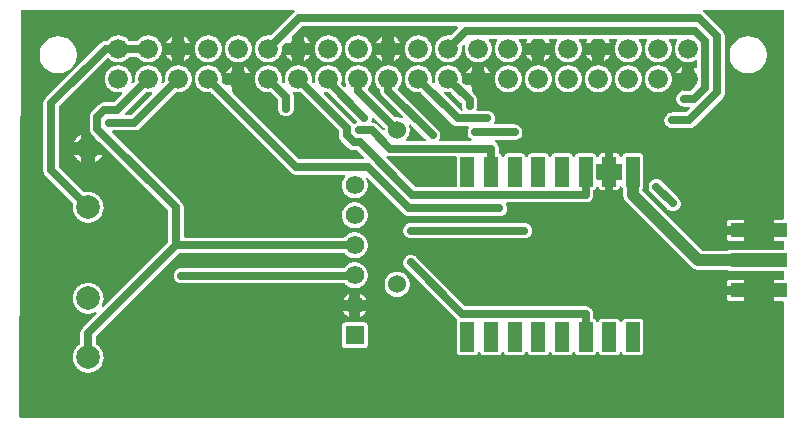
<source format=gtl>
G04 Layer: TopLayer*
G04 EasyEDA v6.5.42, 2024-04-02 14:52:46*
G04 5a13a6d2cfb54f0dbe7fbbe2e4b841dc,acb5ada5342d49438264df6f97d5643c,10*
G04 Gerber Generator version 0.2*
G04 Scale: 100 percent, Rotated: No, Reflected: No *
G04 Dimensions in millimeters *
G04 leading zeros omitted , absolute positions ,4 integer and 5 decimal *
%FSLAX45Y45*%
%MOMM*%

%ADD10C,0.7000*%
%ADD11C,1.0000*%
%ADD12R,4.8000X1.2000*%
%ADD13C,1.5748*%
%ADD14R,1.5748X1.5748*%
%ADD15C,2.0000*%
%ADD16R,1.2000X2.5000*%
%ADD17C,1.6764*%
%ADD18C,1.5240*%
%ADD19C,0.6000*%
%ADD20C,0.0144*%

%LPD*%
G36*
X1026820Y4432808D02*
G01*
X1022908Y4433570D01*
X1019606Y4435805D01*
X1017422Y4439107D01*
X1016660Y4443018D01*
X1029208Y7823098D01*
X1029208Y7872222D01*
X1029969Y7876082D01*
X1032205Y7879384D01*
X1036015Y7883194D01*
X1039317Y7885430D01*
X1043178Y7886192D01*
X3338423Y7886192D01*
X3342690Y7885277D01*
X3346145Y7882636D01*
X3348177Y7878775D01*
X3348482Y7874457D01*
X3346856Y7870393D01*
X3335324Y7860233D01*
X3147568Y7672527D01*
X3145078Y7670698D01*
X3142183Y7669682D01*
X3139084Y7669631D01*
X3131362Y7670596D01*
X3117037Y7670596D01*
X3102762Y7668768D01*
X3088894Y7665212D01*
X3075533Y7659928D01*
X3062935Y7653020D01*
X3051352Y7644587D01*
X3040888Y7634731D01*
X3031744Y7623708D01*
X3024022Y7611567D01*
X3017926Y7598562D01*
X3013506Y7584948D01*
X3010814Y7570825D01*
X3009900Y7556500D01*
X3010814Y7542174D01*
X3013506Y7528052D01*
X3017926Y7514437D01*
X3024022Y7501432D01*
X3031744Y7489291D01*
X3040888Y7478268D01*
X3051352Y7468412D01*
X3062935Y7459980D01*
X3075533Y7453071D01*
X3088894Y7447788D01*
X3102762Y7444231D01*
X3117037Y7442403D01*
X3131362Y7442403D01*
X3145637Y7444231D01*
X3159506Y7447788D01*
X3172866Y7453071D01*
X3185464Y7459980D01*
X3197047Y7468412D01*
X3207512Y7478268D01*
X3216656Y7489291D01*
X3224377Y7501432D01*
X3230473Y7514437D01*
X3234893Y7528052D01*
X3237585Y7542174D01*
X3238500Y7556500D01*
X3237484Y7574229D01*
X3238449Y7577378D01*
X3240379Y7580020D01*
X3262122Y7601762D01*
X3265424Y7603998D01*
X3269335Y7604759D01*
X3329940Y7604759D01*
X3329940Y7665364D01*
X3330701Y7669275D01*
X3332937Y7672578D01*
X3406089Y7745730D01*
X3409340Y7747914D01*
X3413251Y7748676D01*
X4723231Y7748676D01*
X4727143Y7747914D01*
X4730394Y7745730D01*
X4732629Y7742428D01*
X4733391Y7738516D01*
X4732629Y7734655D01*
X4730394Y7731353D01*
X4671568Y7672527D01*
X4669078Y7670698D01*
X4666183Y7669682D01*
X4663084Y7669631D01*
X4655362Y7670596D01*
X4641037Y7670596D01*
X4626762Y7668768D01*
X4612894Y7665212D01*
X4599533Y7659928D01*
X4586935Y7653020D01*
X4575352Y7644587D01*
X4564888Y7634731D01*
X4555744Y7623708D01*
X4548022Y7611567D01*
X4541926Y7598562D01*
X4537506Y7584948D01*
X4534814Y7570825D01*
X4533900Y7556500D01*
X4534814Y7542174D01*
X4537506Y7528052D01*
X4541926Y7514437D01*
X4548022Y7501432D01*
X4555744Y7489291D01*
X4564888Y7478268D01*
X4575352Y7468412D01*
X4586935Y7459980D01*
X4599533Y7453071D01*
X4612894Y7447788D01*
X4626762Y7444231D01*
X4641037Y7442403D01*
X4655362Y7442403D01*
X4669637Y7444231D01*
X4683506Y7447788D01*
X4696866Y7453071D01*
X4709464Y7459980D01*
X4721047Y7468412D01*
X4731512Y7478268D01*
X4740656Y7489291D01*
X4748377Y7501432D01*
X4754473Y7514437D01*
X4758893Y7528052D01*
X4761585Y7542174D01*
X4762500Y7556500D01*
X4761484Y7574229D01*
X4762449Y7577378D01*
X4764379Y7580020D01*
X4773371Y7589012D01*
X4776978Y7591348D01*
X4781194Y7591958D01*
X4785309Y7590840D01*
X4788560Y7588046D01*
X4790440Y7584236D01*
X4790541Y7579918D01*
X4788814Y7570825D01*
X4787900Y7556500D01*
X4788814Y7542174D01*
X4791506Y7528052D01*
X4795926Y7514437D01*
X4802022Y7501432D01*
X4809744Y7489291D01*
X4818888Y7478268D01*
X4829352Y7468412D01*
X4840935Y7459980D01*
X4853533Y7453071D01*
X4866894Y7447788D01*
X4880762Y7444231D01*
X4895037Y7442403D01*
X4909362Y7442403D01*
X4923637Y7444231D01*
X4937506Y7447788D01*
X4950866Y7453071D01*
X4963464Y7459980D01*
X4975047Y7468412D01*
X4985512Y7478268D01*
X4994656Y7489291D01*
X5002377Y7501432D01*
X5008473Y7514437D01*
X5012893Y7528052D01*
X5015585Y7542174D01*
X5016500Y7556500D01*
X5015585Y7570825D01*
X5012893Y7584948D01*
X5008473Y7598562D01*
X5002377Y7611567D01*
X4994554Y7623809D01*
X4992725Y7627162D01*
X4992268Y7630922D01*
X4993233Y7634630D01*
X4995468Y7637678D01*
X4998669Y7639710D01*
X5002428Y7640421D01*
X5055971Y7640421D01*
X5059730Y7639710D01*
X5062931Y7637678D01*
X5065166Y7634630D01*
X5066131Y7630922D01*
X5065674Y7627162D01*
X5063744Y7623708D01*
X5056022Y7611567D01*
X5049926Y7598562D01*
X5045506Y7584948D01*
X5042814Y7570825D01*
X5041900Y7556500D01*
X5042814Y7542174D01*
X5045506Y7528052D01*
X5049926Y7514437D01*
X5056022Y7501432D01*
X5063744Y7489291D01*
X5072888Y7478268D01*
X5083352Y7468412D01*
X5094935Y7459980D01*
X5107533Y7453071D01*
X5120894Y7447788D01*
X5134762Y7444231D01*
X5149037Y7442403D01*
X5163362Y7442403D01*
X5177637Y7444231D01*
X5191506Y7447788D01*
X5204866Y7453071D01*
X5217464Y7459980D01*
X5229047Y7468412D01*
X5239512Y7478268D01*
X5248656Y7489291D01*
X5256377Y7501432D01*
X5262473Y7514437D01*
X5266893Y7528052D01*
X5269585Y7542174D01*
X5270500Y7556500D01*
X5269585Y7570825D01*
X5266893Y7584948D01*
X5262473Y7598562D01*
X5256377Y7611567D01*
X5248554Y7623809D01*
X5246725Y7627162D01*
X5246268Y7630922D01*
X5247233Y7634630D01*
X5249468Y7637678D01*
X5252669Y7639710D01*
X5256428Y7640421D01*
X5309971Y7640421D01*
X5313730Y7639710D01*
X5316931Y7637678D01*
X5319166Y7634630D01*
X5320131Y7630922D01*
X5319674Y7627162D01*
X5317744Y7623708D01*
X5310022Y7611567D01*
X5306822Y7604759D01*
X5361940Y7604759D01*
X5361940Y7630261D01*
X5362702Y7634173D01*
X5364937Y7637475D01*
X5368188Y7639659D01*
X5372100Y7640421D01*
X5448300Y7640421D01*
X5452211Y7639659D01*
X5455462Y7637475D01*
X5457698Y7634173D01*
X5458460Y7630261D01*
X5458460Y7604759D01*
X5513578Y7604759D01*
X5510377Y7611567D01*
X5502554Y7623809D01*
X5500725Y7627162D01*
X5500268Y7630922D01*
X5501233Y7634630D01*
X5503468Y7637678D01*
X5506669Y7639710D01*
X5510428Y7640421D01*
X5563971Y7640421D01*
X5567730Y7639710D01*
X5570931Y7637678D01*
X5573166Y7634630D01*
X5574131Y7630922D01*
X5573674Y7627162D01*
X5571744Y7623708D01*
X5564022Y7611567D01*
X5557926Y7598562D01*
X5553506Y7584948D01*
X5550814Y7570825D01*
X5549900Y7556500D01*
X5550814Y7542174D01*
X5553506Y7528052D01*
X5557926Y7514437D01*
X5564022Y7501432D01*
X5571744Y7489291D01*
X5580888Y7478268D01*
X5591352Y7468412D01*
X5602935Y7459980D01*
X5615533Y7453071D01*
X5628894Y7447788D01*
X5642762Y7444231D01*
X5657037Y7442403D01*
X5671362Y7442403D01*
X5685637Y7444231D01*
X5699506Y7447788D01*
X5712866Y7453071D01*
X5725464Y7459980D01*
X5737047Y7468412D01*
X5747512Y7478268D01*
X5756656Y7489291D01*
X5764377Y7501432D01*
X5770473Y7514437D01*
X5774893Y7528052D01*
X5777585Y7542174D01*
X5778500Y7556500D01*
X5777585Y7570825D01*
X5774893Y7584948D01*
X5770473Y7598562D01*
X5764377Y7611567D01*
X5756554Y7623809D01*
X5754725Y7627162D01*
X5754268Y7630922D01*
X5755233Y7634630D01*
X5757468Y7637678D01*
X5760669Y7639710D01*
X5764428Y7640421D01*
X5817971Y7640421D01*
X5821730Y7639710D01*
X5824931Y7637678D01*
X5827166Y7634630D01*
X5828131Y7630922D01*
X5827674Y7627162D01*
X5825744Y7623708D01*
X5818022Y7611567D01*
X5814822Y7604759D01*
X5869940Y7604759D01*
X5869940Y7630261D01*
X5870702Y7634173D01*
X5872937Y7637475D01*
X5876188Y7639659D01*
X5880100Y7640421D01*
X5956300Y7640421D01*
X5960211Y7639659D01*
X5963462Y7637475D01*
X5965698Y7634173D01*
X5966460Y7630261D01*
X5966460Y7604759D01*
X6021578Y7604759D01*
X6018377Y7611567D01*
X6010554Y7623809D01*
X6008725Y7627162D01*
X6008268Y7630922D01*
X6009233Y7634630D01*
X6011468Y7637678D01*
X6014669Y7639710D01*
X6018428Y7640421D01*
X6071971Y7640421D01*
X6075730Y7639710D01*
X6078931Y7637678D01*
X6081166Y7634630D01*
X6082131Y7630922D01*
X6081674Y7627162D01*
X6079744Y7623708D01*
X6072022Y7611567D01*
X6065926Y7598562D01*
X6061506Y7584948D01*
X6058814Y7570825D01*
X6057900Y7556500D01*
X6058814Y7542174D01*
X6061506Y7528052D01*
X6065926Y7514437D01*
X6072022Y7501432D01*
X6079744Y7489291D01*
X6088888Y7478268D01*
X6099352Y7468412D01*
X6110935Y7459980D01*
X6123533Y7453071D01*
X6136894Y7447788D01*
X6150762Y7444231D01*
X6165037Y7442403D01*
X6179362Y7442403D01*
X6193637Y7444231D01*
X6207506Y7447788D01*
X6220866Y7453071D01*
X6233464Y7459980D01*
X6245047Y7468412D01*
X6255512Y7478268D01*
X6264656Y7489291D01*
X6272377Y7501432D01*
X6278473Y7514437D01*
X6282893Y7528052D01*
X6285585Y7542174D01*
X6286500Y7556500D01*
X6285585Y7570825D01*
X6282893Y7584948D01*
X6278473Y7598562D01*
X6272377Y7611567D01*
X6264554Y7623809D01*
X6262725Y7627162D01*
X6262268Y7630922D01*
X6263233Y7634630D01*
X6265468Y7637678D01*
X6268669Y7639710D01*
X6272428Y7640421D01*
X6325971Y7640421D01*
X6329730Y7639710D01*
X6332931Y7637678D01*
X6335166Y7634630D01*
X6336131Y7630922D01*
X6335674Y7627162D01*
X6333744Y7623708D01*
X6326022Y7611567D01*
X6319926Y7598562D01*
X6315506Y7584948D01*
X6312814Y7570825D01*
X6311900Y7556500D01*
X6312814Y7542174D01*
X6315506Y7528052D01*
X6319926Y7514437D01*
X6326022Y7501432D01*
X6333744Y7489291D01*
X6342888Y7478268D01*
X6353352Y7468412D01*
X6364935Y7459980D01*
X6377533Y7453071D01*
X6390894Y7447788D01*
X6404762Y7444231D01*
X6419037Y7442403D01*
X6433362Y7442403D01*
X6447637Y7444231D01*
X6461506Y7447788D01*
X6474866Y7453071D01*
X6487464Y7459980D01*
X6499047Y7468412D01*
X6509512Y7478268D01*
X6518656Y7489291D01*
X6526377Y7501432D01*
X6532473Y7514437D01*
X6536893Y7528052D01*
X6539585Y7542174D01*
X6540500Y7556500D01*
X6539585Y7570825D01*
X6536893Y7584948D01*
X6532473Y7598562D01*
X6526377Y7611567D01*
X6518554Y7623809D01*
X6516725Y7627162D01*
X6516268Y7630922D01*
X6517233Y7634630D01*
X6519468Y7637678D01*
X6522669Y7639710D01*
X6526428Y7640421D01*
X6579971Y7640421D01*
X6583730Y7639710D01*
X6586931Y7637678D01*
X6589166Y7634630D01*
X6590131Y7630922D01*
X6589674Y7627162D01*
X6587744Y7623708D01*
X6580022Y7611567D01*
X6573926Y7598562D01*
X6569506Y7584948D01*
X6566814Y7570825D01*
X6565900Y7556500D01*
X6566814Y7542174D01*
X6569506Y7528052D01*
X6573926Y7514437D01*
X6580022Y7501432D01*
X6587744Y7489291D01*
X6596888Y7478268D01*
X6607352Y7468412D01*
X6618935Y7459980D01*
X6631533Y7453071D01*
X6644894Y7447788D01*
X6658762Y7444231D01*
X6673037Y7442403D01*
X6687362Y7442403D01*
X6701637Y7444231D01*
X6715506Y7447788D01*
X6728866Y7453071D01*
X6742226Y7460437D01*
X6746189Y7461656D01*
X6750354Y7461199D01*
X6753961Y7459065D01*
X6756400Y7455662D01*
X6757263Y7451547D01*
X6757263Y7407452D01*
X6756400Y7403338D01*
X6753961Y7399934D01*
X6750354Y7397800D01*
X6746189Y7397343D01*
X6742226Y7398562D01*
X6728459Y7406081D01*
X6728459Y7350759D01*
X6747103Y7350759D01*
X6751015Y7349998D01*
X6754317Y7347762D01*
X6756501Y7344511D01*
X6757263Y7340600D01*
X6757263Y7264400D01*
X6756501Y7260488D01*
X6754317Y7257237D01*
X6751015Y7255002D01*
X6747103Y7254240D01*
X6728459Y7254240D01*
X6728459Y7230059D01*
X6727698Y7226147D01*
X6725462Y7222845D01*
X6704279Y7201662D01*
X6700977Y7199477D01*
X6697116Y7198715D01*
X6646367Y7198715D01*
X6642912Y7198410D01*
X6638747Y7198969D01*
X6635191Y7201103D01*
X6632803Y7204456D01*
X6631940Y7208570D01*
X6631940Y7254240D01*
X6576822Y7254240D01*
X6580022Y7247432D01*
X6587744Y7235291D01*
X6596888Y7224268D01*
X6607352Y7214412D01*
X6616192Y7207961D01*
X6618884Y7205065D01*
X6620256Y7201357D01*
X6620103Y7197394D01*
X6618427Y7193788D01*
X6615531Y7191095D01*
X6607454Y7186168D01*
X6599681Y7179462D01*
X6592976Y7171690D01*
X6587642Y7162901D01*
X6583680Y7153402D01*
X6581292Y7143445D01*
X6580479Y7133183D01*
X6581292Y7122922D01*
X6583680Y7112965D01*
X6587642Y7103465D01*
X6592976Y7094677D01*
X6599681Y7086904D01*
X6607454Y7080199D01*
X6616242Y7074865D01*
X6625742Y7070902D01*
X6635699Y7068515D01*
X6646367Y7067651D01*
X6688378Y7067651D01*
X6692239Y7066889D01*
X6695541Y7064705D01*
X6697725Y7061403D01*
X6698538Y7057491D01*
X6697725Y7053630D01*
X6695541Y7050328D01*
X6665925Y7020712D01*
X6662623Y7018477D01*
X6658711Y7017715D01*
X6544411Y7017715D01*
X6533794Y7016902D01*
X6523786Y7014464D01*
X6514287Y7010552D01*
X6505549Y7005167D01*
X6497726Y6998512D01*
X6491071Y6990689D01*
X6485686Y6981952D01*
X6481775Y6972452D01*
X6479387Y6962444D01*
X6478574Y6952183D01*
X6479387Y6941972D01*
X6481775Y6931964D01*
X6485686Y6922465D01*
X6491071Y6913727D01*
X6497726Y6905904D01*
X6505549Y6899249D01*
X6514287Y6893864D01*
X6523786Y6889953D01*
X6533794Y6887514D01*
X6544411Y6886702D01*
X6689648Y6886702D01*
X6700316Y6887514D01*
X6710273Y6889953D01*
X6719773Y6893864D01*
X6728561Y6899249D01*
X6736638Y6906158D01*
X6971487Y7141006D01*
X6978396Y7149084D01*
X6983780Y7157872D01*
X6987692Y7167372D01*
X6990080Y7177328D01*
X6990943Y7187996D01*
X6990943Y7662113D01*
X6990080Y7672730D01*
X6987692Y7682738D01*
X6983780Y7692237D01*
X6978396Y7700975D01*
X6971487Y7709103D01*
X6820306Y7860233D01*
X6811924Y7867345D01*
X6808774Y7870393D01*
X6807200Y7874457D01*
X6807453Y7878775D01*
X6809486Y7882636D01*
X6812940Y7885277D01*
X6817207Y7886192D01*
X7482331Y7886192D01*
X7486243Y7885430D01*
X7489494Y7883194D01*
X7491730Y7879943D01*
X7492492Y7876031D01*
X7492492Y6121501D01*
X7491730Y6117590D01*
X7489494Y6114288D01*
X7486243Y6112103D01*
X7482331Y6111341D01*
X7403439Y6111341D01*
X7403439Y6057188D01*
X7482331Y6057188D01*
X7486243Y6056376D01*
X7489494Y6054191D01*
X7491730Y6050889D01*
X7492492Y6047028D01*
X7492492Y5994603D01*
X7491730Y5990742D01*
X7489494Y5987440D01*
X7486243Y5985256D01*
X7482331Y5984443D01*
X7403439Y5984443D01*
X7403439Y5930290D01*
X7482331Y5930290D01*
X7486243Y5929528D01*
X7489494Y5927344D01*
X7491730Y5924042D01*
X7492492Y5920130D01*
X7492492Y5866485D01*
X7491730Y5862574D01*
X7489494Y5859272D01*
X7486243Y5857087D01*
X7482331Y5856325D01*
X7037628Y5856325D01*
X7031177Y5855665D01*
X7025436Y5853938D01*
X7020204Y5851144D01*
X7017105Y5848604D01*
X7014108Y5846876D01*
X7010653Y5846318D01*
X6805117Y5846318D01*
X6801205Y5847080D01*
X6797903Y5849264D01*
X6295288Y6351930D01*
X6293104Y6355232D01*
X6292291Y6359093D01*
X6292291Y6365189D01*
X6292900Y6368592D01*
X6294628Y6371640D01*
X6297117Y6374688D01*
X6299962Y6379921D01*
X6301689Y6385661D01*
X6302298Y6392113D01*
X6302298Y6641084D01*
X6301689Y6647535D01*
X6299962Y6653275D01*
X6297117Y6658508D01*
X6293358Y6663131D01*
X6288735Y6666941D01*
X6283452Y6669735D01*
X6277762Y6671462D01*
X6271310Y6672122D01*
X6152286Y6672122D01*
X6145834Y6671462D01*
X6140145Y6669735D01*
X6134862Y6666941D01*
X6130239Y6663131D01*
X6126480Y6658508D01*
X6123686Y6653275D01*
X6121654Y6646570D01*
X6119571Y6642811D01*
X6116116Y6640271D01*
X6111697Y6639356D01*
X6107480Y6640271D01*
X6104026Y6642811D01*
X6101943Y6646570D01*
X6099962Y6653275D01*
X6097117Y6658508D01*
X6093358Y6663131D01*
X6088735Y6666941D01*
X6083452Y6669735D01*
X6077762Y6671462D01*
X6071311Y6672122D01*
X6048146Y6672122D01*
X6048146Y6585458D01*
X6111138Y6585458D01*
X6114999Y6584696D01*
X6118301Y6582460D01*
X6120536Y6579158D01*
X6121298Y6575298D01*
X6121298Y6457899D01*
X6120536Y6454038D01*
X6118301Y6450736D01*
X6114999Y6448501D01*
X6111138Y6447739D01*
X6048146Y6447739D01*
X6048146Y6361074D01*
X6071311Y6361074D01*
X6077762Y6361734D01*
X6083452Y6363462D01*
X6088735Y6366256D01*
X6093358Y6370066D01*
X6097117Y6374688D01*
X6099962Y6379921D01*
X6101943Y6386626D01*
X6104026Y6390386D01*
X6107480Y6392926D01*
X6111900Y6393840D01*
X6116116Y6392926D01*
X6119571Y6390386D01*
X6121654Y6386626D01*
X6123686Y6379921D01*
X6126480Y6374688D01*
X6128969Y6371640D01*
X6130696Y6368592D01*
X6131306Y6365189D01*
X6131356Y6318707D01*
X6132220Y6309360D01*
X6132677Y6306769D01*
X6134912Y6297625D01*
X6135725Y6295136D01*
X6139332Y6286449D01*
X6145377Y6276035D01*
X6146901Y6273901D01*
X6152896Y6266637D01*
X6712661Y5706922D01*
X6719874Y5700928D01*
X6722059Y5699404D01*
X6730085Y5694527D01*
X6732473Y5693359D01*
X6741159Y5689752D01*
X6743649Y5688939D01*
X6752793Y5686653D01*
X6764731Y5685332D01*
X7010704Y5685282D01*
X7014108Y5684723D01*
X7017156Y5682996D01*
X7020204Y5680506D01*
X7025436Y5677662D01*
X7031177Y5675934D01*
X7037628Y5675325D01*
X7482331Y5675325D01*
X7486243Y5674512D01*
X7489494Y5672328D01*
X7491730Y5669026D01*
X7492492Y5665165D01*
X7492492Y5611469D01*
X7491730Y5607608D01*
X7489494Y5604306D01*
X7486243Y5602071D01*
X7482331Y5601309D01*
X7403439Y5601309D01*
X7403439Y5547156D01*
X7482331Y5547156D01*
X7486243Y5546394D01*
X7489494Y5544159D01*
X7491730Y5540908D01*
X7492492Y5536996D01*
X7492492Y5484622D01*
X7491730Y5480710D01*
X7489494Y5477459D01*
X7486243Y5475224D01*
X7482331Y5474462D01*
X7403439Y5474462D01*
X7403439Y5420309D01*
X7482331Y5420309D01*
X7486243Y5419547D01*
X7489494Y5417312D01*
X7491730Y5414010D01*
X7492492Y5410149D01*
X7492492Y4442968D01*
X7491730Y4439056D01*
X7489494Y4435805D01*
X7486243Y4433570D01*
X7482331Y4432808D01*
G37*

%LPC*%
G36*
X1600200Y4813350D02*
G01*
X1615643Y4814265D01*
X1630832Y4817008D01*
X1645615Y4821529D01*
X1659788Y4827778D01*
X1673098Y4835652D01*
X1685391Y4844999D01*
X1696466Y4855768D01*
X1706219Y4867757D01*
X1714500Y4880864D01*
X1721104Y4894834D01*
X1726082Y4909464D01*
X1729282Y4924602D01*
X1730654Y4939995D01*
X1730197Y4955438D01*
X1727911Y4970729D01*
X1723796Y4985664D01*
X1718005Y4999990D01*
X1710537Y5013502D01*
X1701546Y5026101D01*
X1691081Y5037480D01*
X1679397Y5047589D01*
X1670202Y5053787D01*
X1667814Y5056022D01*
X1666239Y5058918D01*
X1665732Y5062169D01*
X1665732Y5117896D01*
X1666493Y5121808D01*
X1668678Y5125059D01*
X2368702Y5825083D01*
X2371953Y5827268D01*
X2375865Y5828030D01*
X3765702Y5828030D01*
X3768699Y5827623D01*
X3771392Y5826302D01*
X3773627Y5824220D01*
X3776878Y5820105D01*
X3786936Y5810402D01*
X3798163Y5802020D01*
X3810355Y5795162D01*
X3823309Y5789879D01*
X3836873Y5786374D01*
X3850741Y5784545D01*
X3864762Y5784545D01*
X3878630Y5786374D01*
X3892194Y5789879D01*
X3905148Y5795162D01*
X3917340Y5802020D01*
X3928567Y5810402D01*
X3938625Y5820105D01*
X3947312Y5831078D01*
X3954576Y5843016D01*
X3960266Y5855817D01*
X3964228Y5869279D01*
X3966464Y5883097D01*
X3966921Y5897067D01*
X3965600Y5910986D01*
X3962450Y5924651D01*
X3957624Y5937758D01*
X3951173Y5950204D01*
X3943146Y5961684D01*
X3933748Y5972048D01*
X3923080Y5981090D01*
X3911346Y5988710D01*
X3898747Y5994806D01*
X3885437Y5999226D01*
X3871722Y6001867D01*
X3857751Y6002782D01*
X3843782Y6001867D01*
X3830065Y5999226D01*
X3816756Y5994806D01*
X3804158Y5988710D01*
X3792423Y5981090D01*
X3781755Y5972048D01*
X3773017Y5962396D01*
X3769614Y5959957D01*
X3765499Y5959094D01*
X2420213Y5959094D01*
X2416302Y5959856D01*
X2413000Y5962040D01*
X2410815Y5965342D01*
X2410053Y5969254D01*
X2410053Y6214922D01*
X2409190Y6225540D01*
X2406802Y6235547D01*
X2402890Y6245047D01*
X2397506Y6253784D01*
X2390546Y6261912D01*
X1803654Y6848805D01*
X1801469Y6852107D01*
X1800707Y6855968D01*
X1801469Y6859879D01*
X1803654Y6863181D01*
X1806956Y6865366D01*
X1810867Y6866128D01*
X1990953Y6866128D01*
X2001621Y6866991D01*
X2011578Y6869379D01*
X2021078Y6873341D01*
X2029866Y6878675D01*
X2037943Y6885635D01*
X2338832Y7186472D01*
X2341321Y7188301D01*
X2344216Y7189317D01*
X2347315Y7189368D01*
X2355037Y7188403D01*
X2369362Y7188403D01*
X2383637Y7190231D01*
X2397506Y7193788D01*
X2410866Y7199071D01*
X2423464Y7205980D01*
X2435047Y7214412D01*
X2445512Y7224268D01*
X2454656Y7235291D01*
X2462377Y7247432D01*
X2468473Y7260437D01*
X2472893Y7274052D01*
X2475585Y7288174D01*
X2476500Y7302500D01*
X2475585Y7316825D01*
X2472893Y7330948D01*
X2468473Y7344562D01*
X2462377Y7357567D01*
X2454656Y7369708D01*
X2445512Y7380731D01*
X2435047Y7390587D01*
X2423464Y7399020D01*
X2410866Y7405928D01*
X2397506Y7411212D01*
X2383637Y7414768D01*
X2369362Y7416596D01*
X2355037Y7416596D01*
X2340762Y7414768D01*
X2326894Y7411212D01*
X2313533Y7405928D01*
X2300935Y7399020D01*
X2289352Y7390587D01*
X2278888Y7380731D01*
X2269744Y7369708D01*
X2262022Y7357567D01*
X2255926Y7344562D01*
X2251506Y7330948D01*
X2248814Y7316825D01*
X2247900Y7302500D01*
X2248916Y7284770D01*
X2247950Y7281621D01*
X2246020Y7278979D01*
X2237028Y7269988D01*
X2233422Y7267651D01*
X2229205Y7267041D01*
X2225090Y7268159D01*
X2221839Y7270953D01*
X2219960Y7274763D01*
X2219858Y7279081D01*
X2221585Y7288174D01*
X2222500Y7302500D01*
X2221585Y7316825D01*
X2218893Y7330948D01*
X2214473Y7344562D01*
X2208377Y7357567D01*
X2200656Y7369708D01*
X2191512Y7380731D01*
X2181047Y7390587D01*
X2169464Y7399020D01*
X2156866Y7405928D01*
X2143506Y7411212D01*
X2129637Y7414768D01*
X2115362Y7416596D01*
X2101037Y7416596D01*
X2086762Y7414768D01*
X2072893Y7411212D01*
X2059533Y7405928D01*
X2046935Y7399020D01*
X2035352Y7390587D01*
X2024888Y7380731D01*
X2015743Y7369708D01*
X2008022Y7357567D01*
X2001926Y7344562D01*
X1997506Y7330948D01*
X1994814Y7316825D01*
X1993900Y7302500D01*
X1994916Y7284770D01*
X1993950Y7281621D01*
X1992020Y7278979D01*
X1983028Y7269988D01*
X1979422Y7267651D01*
X1975205Y7267041D01*
X1971090Y7268159D01*
X1967839Y7270953D01*
X1965960Y7274763D01*
X1965858Y7279081D01*
X1967585Y7288174D01*
X1968500Y7302500D01*
X1967585Y7316825D01*
X1964893Y7330948D01*
X1960473Y7344562D01*
X1954377Y7357567D01*
X1946656Y7369708D01*
X1937512Y7380731D01*
X1927047Y7390587D01*
X1915464Y7399020D01*
X1902866Y7405928D01*
X1889506Y7411212D01*
X1875637Y7414768D01*
X1861362Y7416596D01*
X1847037Y7416596D01*
X1832762Y7414768D01*
X1818893Y7411212D01*
X1805533Y7405928D01*
X1792935Y7399020D01*
X1781352Y7390587D01*
X1770888Y7380731D01*
X1761743Y7369708D01*
X1754022Y7357567D01*
X1747926Y7344562D01*
X1743506Y7330948D01*
X1740814Y7316825D01*
X1739900Y7302500D01*
X1740814Y7288174D01*
X1743506Y7274052D01*
X1747926Y7260437D01*
X1754022Y7247432D01*
X1761743Y7235291D01*
X1770888Y7224268D01*
X1781352Y7214412D01*
X1792935Y7205980D01*
X1805533Y7199071D01*
X1818893Y7193788D01*
X1832762Y7190231D01*
X1847037Y7188403D01*
X1861362Y7188403D01*
X1875637Y7190231D01*
X1881225Y7190689D01*
X1885289Y7188962D01*
X1888185Y7185710D01*
X1889506Y7181545D01*
X1888947Y7177227D01*
X1886559Y7173518D01*
X1820570Y7107529D01*
X1817319Y7105345D01*
X1813407Y7104532D01*
X1736953Y7104532D01*
X1726336Y7103719D01*
X1716328Y7101331D01*
X1706829Y7097369D01*
X1698091Y7092035D01*
X1689963Y7085075D01*
X1633270Y7028383D01*
X1626311Y7020255D01*
X1620977Y7011517D01*
X1617014Y7002018D01*
X1614627Y6992010D01*
X1613763Y6981393D01*
X1613763Y6880910D01*
X1614627Y6870293D01*
X1617014Y6860286D01*
X1620977Y6850786D01*
X1626311Y6842048D01*
X1633270Y6833920D01*
X1653590Y6813600D01*
X1655775Y6810298D01*
X1656537Y6806438D01*
X1656537Y6771081D01*
X1691893Y6771081D01*
X1695754Y6770319D01*
X1699056Y6768134D01*
X2276043Y6191148D01*
X2278227Y6187846D01*
X2279040Y6183985D01*
X2279040Y5924905D01*
X2278227Y5921044D01*
X2276043Y5917742D01*
X1732940Y5374640D01*
X1729587Y5372404D01*
X1725625Y5371642D01*
X1721662Y5372506D01*
X1718360Y5374843D01*
X1716227Y5378297D01*
X1715617Y5382260D01*
X1716582Y5386171D01*
X1721104Y5395722D01*
X1726082Y5410352D01*
X1729282Y5425490D01*
X1730654Y5440883D01*
X1730197Y5456326D01*
X1727911Y5471617D01*
X1723796Y5486552D01*
X1718005Y5500878D01*
X1710537Y5514390D01*
X1701546Y5526989D01*
X1691081Y5538368D01*
X1679397Y5548477D01*
X1666544Y5557113D01*
X1652828Y5564174D01*
X1638300Y5569559D01*
X1623263Y5573166D01*
X1607921Y5574995D01*
X1592478Y5574995D01*
X1577136Y5573166D01*
X1562100Y5569559D01*
X1547622Y5564174D01*
X1533855Y5557113D01*
X1521002Y5548477D01*
X1509318Y5538368D01*
X1498854Y5526989D01*
X1489862Y5514390D01*
X1482394Y5500878D01*
X1476603Y5486552D01*
X1472488Y5471617D01*
X1470202Y5456326D01*
X1469745Y5440883D01*
X1471117Y5425490D01*
X1474317Y5410352D01*
X1479296Y5395722D01*
X1485950Y5381752D01*
X1494180Y5368645D01*
X1503934Y5356656D01*
X1515008Y5345887D01*
X1527302Y5336540D01*
X1540611Y5328666D01*
X1554784Y5322417D01*
X1569567Y5317896D01*
X1584756Y5315153D01*
X1600200Y5314238D01*
X1615643Y5315153D01*
X1630832Y5317896D01*
X1645615Y5322417D01*
X1658772Y5328208D01*
X1662633Y5329072D01*
X1666595Y5328361D01*
X1669948Y5326176D01*
X1672183Y5322874D01*
X1672996Y5318963D01*
X1672234Y5315051D01*
X1670050Y5311698D01*
X1554175Y5195824D01*
X1547215Y5187746D01*
X1541881Y5178958D01*
X1537919Y5169458D01*
X1535531Y5159502D01*
X1534668Y5148834D01*
X1534668Y5062169D01*
X1534160Y5058918D01*
X1532585Y5056022D01*
X1530197Y5053787D01*
X1521002Y5047589D01*
X1509318Y5037480D01*
X1498854Y5026101D01*
X1489862Y5013502D01*
X1482394Y4999990D01*
X1476603Y4985664D01*
X1472488Y4970729D01*
X1470202Y4955438D01*
X1469745Y4939995D01*
X1471117Y4924602D01*
X1474317Y4909464D01*
X1479296Y4894834D01*
X1485950Y4880864D01*
X1494180Y4867757D01*
X1503934Y4855768D01*
X1515008Y4844999D01*
X1527302Y4835652D01*
X1540611Y4827778D01*
X1554784Y4821529D01*
X1569567Y4817008D01*
X1584756Y4814265D01*
G37*
G36*
X4752289Y4961077D02*
G01*
X4871313Y4961077D01*
X4877765Y4961737D01*
X4883454Y4963464D01*
X4888738Y4966258D01*
X4893360Y4970068D01*
X4897120Y4974691D01*
X4899914Y4979924D01*
X4901946Y4986629D01*
X4904028Y4990388D01*
X4907483Y4992928D01*
X4911902Y4993843D01*
X4916119Y4992928D01*
X4919573Y4990388D01*
X4921656Y4986629D01*
X4923637Y4979924D01*
X4926482Y4974691D01*
X4930241Y4970068D01*
X4934864Y4966258D01*
X4940147Y4963464D01*
X4945837Y4961737D01*
X4952288Y4961077D01*
X5071313Y4961077D01*
X5077764Y4961737D01*
X5083454Y4963464D01*
X5088737Y4966258D01*
X5093360Y4970068D01*
X5097119Y4974691D01*
X5099964Y4979924D01*
X5101945Y4986629D01*
X5104028Y4990388D01*
X5107482Y4992928D01*
X5111902Y4993843D01*
X5116118Y4992928D01*
X5119573Y4990388D01*
X5121656Y4986629D01*
X5123637Y4979924D01*
X5126482Y4974691D01*
X5130241Y4970068D01*
X5134864Y4966258D01*
X5140147Y4963464D01*
X5145836Y4961737D01*
X5152288Y4961077D01*
X5271312Y4961077D01*
X5277764Y4961737D01*
X5283454Y4963464D01*
X5288737Y4966258D01*
X5293360Y4970068D01*
X5297119Y4974691D01*
X5299964Y4979924D01*
X5301945Y4986629D01*
X5304028Y4990388D01*
X5307482Y4992928D01*
X5311902Y4993843D01*
X5316118Y4992928D01*
X5319572Y4990388D01*
X5321655Y4986629D01*
X5323636Y4979924D01*
X5326481Y4974691D01*
X5330240Y4970068D01*
X5334863Y4966258D01*
X5340146Y4963464D01*
X5345836Y4961737D01*
X5352288Y4961077D01*
X5471312Y4961077D01*
X5477764Y4961737D01*
X5483453Y4963464D01*
X5488736Y4966258D01*
X5493359Y4970068D01*
X5497118Y4974691D01*
X5499963Y4979924D01*
X5501944Y4986629D01*
X5504027Y4990388D01*
X5507482Y4992928D01*
X5511901Y4993843D01*
X5516118Y4992928D01*
X5519572Y4990388D01*
X5521655Y4986629D01*
X5523636Y4979924D01*
X5526481Y4974691D01*
X5530240Y4970068D01*
X5534863Y4966258D01*
X5540146Y4963464D01*
X5545836Y4961737D01*
X5552287Y4961077D01*
X5671312Y4961077D01*
X5677763Y4961737D01*
X5683453Y4963464D01*
X5688736Y4966258D01*
X5693359Y4970068D01*
X5697118Y4974691D01*
X5699963Y4979924D01*
X5701944Y4986629D01*
X5704027Y4990388D01*
X5707481Y4992928D01*
X5711901Y4993843D01*
X5716117Y4992928D01*
X5719572Y4990388D01*
X5721654Y4986629D01*
X5723636Y4979924D01*
X5726480Y4974691D01*
X5730240Y4970068D01*
X5734862Y4966258D01*
X5740146Y4963464D01*
X5745835Y4961737D01*
X5752287Y4961077D01*
X5871311Y4961077D01*
X5877763Y4961737D01*
X5883452Y4963464D01*
X5888736Y4966258D01*
X5893358Y4970068D01*
X5897118Y4974691D01*
X5899962Y4979924D01*
X5901944Y4986629D01*
X5904026Y4990388D01*
X5907481Y4992928D01*
X5911900Y4993843D01*
X5916117Y4992928D01*
X5919571Y4990388D01*
X5921654Y4986629D01*
X5923635Y4979924D01*
X5926480Y4974691D01*
X5930239Y4970068D01*
X5934862Y4966258D01*
X5940145Y4963464D01*
X5945835Y4961737D01*
X5952286Y4961077D01*
X6071311Y4961077D01*
X6077762Y4961737D01*
X6083452Y4963464D01*
X6088735Y4966258D01*
X6093358Y4970068D01*
X6097117Y4974691D01*
X6099962Y4979924D01*
X6101943Y4986629D01*
X6104026Y4990388D01*
X6107480Y4992928D01*
X6111900Y4993843D01*
X6116116Y4992928D01*
X6119571Y4990388D01*
X6121654Y4986629D01*
X6123686Y4979924D01*
X6126480Y4974691D01*
X6130239Y4970068D01*
X6134862Y4966258D01*
X6140145Y4963464D01*
X6145834Y4961737D01*
X6152286Y4961077D01*
X6271310Y4961077D01*
X6277762Y4961737D01*
X6283452Y4963464D01*
X6288735Y4966258D01*
X6293358Y4970068D01*
X6297117Y4974691D01*
X6299962Y4979924D01*
X6301689Y4985664D01*
X6302298Y4992116D01*
X6302298Y5241086D01*
X6301689Y5247538D01*
X6299962Y5253278D01*
X6297117Y5258511D01*
X6293358Y5263134D01*
X6288735Y5266944D01*
X6283452Y5269738D01*
X6277762Y5271465D01*
X6271310Y5272125D01*
X6152286Y5272125D01*
X6145834Y5271465D01*
X6140145Y5269738D01*
X6134862Y5266944D01*
X6130239Y5263134D01*
X6126480Y5258511D01*
X6123686Y5253278D01*
X6121654Y5246573D01*
X6119571Y5242814D01*
X6116116Y5240274D01*
X6111697Y5239359D01*
X6107480Y5240274D01*
X6104026Y5242814D01*
X6101943Y5246573D01*
X6099962Y5253278D01*
X6097117Y5258511D01*
X6093358Y5263134D01*
X6088735Y5266944D01*
X6083452Y5269738D01*
X6077762Y5271465D01*
X6071311Y5272125D01*
X5952286Y5272125D01*
X5945835Y5271465D01*
X5940145Y5269738D01*
X5934862Y5266944D01*
X5930239Y5263134D01*
X5926480Y5258511D01*
X5923635Y5253278D01*
X5921654Y5246573D01*
X5919571Y5242814D01*
X5916117Y5240274D01*
X5911697Y5239359D01*
X5907481Y5240274D01*
X5904026Y5242814D01*
X5901944Y5246573D01*
X5899962Y5253278D01*
X5897118Y5258511D01*
X5893358Y5263134D01*
X5888736Y5266944D01*
X5882690Y5270144D01*
X5879846Y5272430D01*
X5877966Y5275529D01*
X5877306Y5279136D01*
X5877306Y5311241D01*
X5876493Y5321909D01*
X5874054Y5331866D01*
X5870143Y5341366D01*
X5864758Y5350154D01*
X5858103Y5357926D01*
X5850280Y5364632D01*
X5841542Y5369966D01*
X5832043Y5373928D01*
X5822035Y5376316D01*
X5811418Y5377180D01*
X4801158Y5377180D01*
X4797247Y5377942D01*
X4793996Y5380126D01*
X4380331Y5793740D01*
X4372254Y5800699D01*
X4363466Y5806033D01*
X4353966Y5809996D01*
X4344009Y5812383D01*
X4333748Y5813196D01*
X4323486Y5812383D01*
X4313529Y5809996D01*
X4304030Y5806033D01*
X4295241Y5800699D01*
X4287469Y5793994D01*
X4280763Y5786221D01*
X4275429Y5777433D01*
X4271467Y5767933D01*
X4269079Y5757976D01*
X4268266Y5747715D01*
X4269079Y5737453D01*
X4271467Y5727496D01*
X4275429Y5717997D01*
X4280763Y5709208D01*
X4287723Y5701131D01*
X4722469Y5266334D01*
X4724806Y5262727D01*
X4725416Y5258511D01*
X4721910Y5247538D01*
X4721301Y5241086D01*
X4721301Y4992116D01*
X4721910Y4985664D01*
X4723638Y4979924D01*
X4726482Y4974691D01*
X4730242Y4970068D01*
X4734864Y4966258D01*
X4740148Y4963464D01*
X4745837Y4961737D01*
G37*
G36*
X3779520Y5022291D02*
G01*
X3935984Y5022291D01*
X3942435Y5022951D01*
X3948125Y5024678D01*
X3953408Y5027472D01*
X3958031Y5031282D01*
X3961841Y5035905D01*
X3964635Y5041188D01*
X3966362Y5046878D01*
X3967022Y5053330D01*
X3967022Y5209794D01*
X3966362Y5216245D01*
X3964635Y5221935D01*
X3961841Y5227218D01*
X3958031Y5231841D01*
X3953408Y5235651D01*
X3948125Y5238445D01*
X3942435Y5240172D01*
X3935984Y5240832D01*
X3779520Y5240832D01*
X3773068Y5240172D01*
X3767378Y5238445D01*
X3762095Y5235651D01*
X3757472Y5231841D01*
X3753662Y5227218D01*
X3750868Y5221935D01*
X3749141Y5216245D01*
X3748481Y5209794D01*
X3748481Y5053330D01*
X3749141Y5046878D01*
X3750868Y5041188D01*
X3753662Y5035905D01*
X3757472Y5031282D01*
X3762095Y5027472D01*
X3767378Y5024678D01*
X3773068Y5022951D01*
G37*
G36*
X3903472Y5286451D02*
G01*
X3905148Y5287162D01*
X3917340Y5294020D01*
X3928567Y5302402D01*
X3938625Y5312105D01*
X3947312Y5323078D01*
X3954576Y5335016D01*
X3956710Y5339842D01*
X3903472Y5339842D01*
G37*
G36*
X3812032Y5286451D02*
G01*
X3812032Y5339842D01*
X3758793Y5339842D01*
X3760927Y5335016D01*
X3768191Y5323078D01*
X3776878Y5312105D01*
X3786936Y5302402D01*
X3798163Y5294020D01*
X3810355Y5287162D01*
G37*
G36*
X7037628Y5420309D02*
G01*
X7150760Y5420309D01*
X7150760Y5474462D01*
X7006590Y5474462D01*
X7006590Y5451297D01*
X7007250Y5444845D01*
X7008977Y5439156D01*
X7011771Y5433872D01*
X7015581Y5429250D01*
X7020204Y5425490D01*
X7025436Y5422646D01*
X7031177Y5420918D01*
G37*
G36*
X3903472Y5431282D02*
G01*
X3956862Y5431282D01*
X3951173Y5442204D01*
X3943146Y5453684D01*
X3933748Y5464048D01*
X3923080Y5473090D01*
X3911346Y5480710D01*
X3903472Y5484520D01*
G37*
G36*
X3758641Y5431282D02*
G01*
X3812032Y5431282D01*
X3812032Y5484520D01*
X3804158Y5480710D01*
X3792423Y5473090D01*
X3781755Y5464048D01*
X3772357Y5453684D01*
X3764330Y5442204D01*
G37*
G36*
X4216400Y5455920D02*
G01*
X4230319Y5456834D01*
X4244035Y5459526D01*
X4257243Y5464048D01*
X4269740Y5470194D01*
X4281322Y5477967D01*
X4291838Y5487162D01*
X4301032Y5497677D01*
X4308805Y5509260D01*
X4314952Y5521756D01*
X4319473Y5534964D01*
X4322165Y5548680D01*
X4323080Y5562600D01*
X4322165Y5576519D01*
X4319473Y5590235D01*
X4314952Y5603443D01*
X4308805Y5615940D01*
X4301032Y5627522D01*
X4291838Y5638038D01*
X4281322Y5647232D01*
X4269740Y5655005D01*
X4257243Y5661152D01*
X4244035Y5665673D01*
X4230319Y5668365D01*
X4216400Y5669280D01*
X4202480Y5668365D01*
X4188764Y5665673D01*
X4175556Y5661152D01*
X4163060Y5655005D01*
X4151477Y5647232D01*
X4140962Y5638038D01*
X4131767Y5627522D01*
X4123994Y5615940D01*
X4117848Y5603443D01*
X4113326Y5590235D01*
X4110634Y5576519D01*
X4109720Y5562600D01*
X4110634Y5548680D01*
X4113326Y5534964D01*
X4117848Y5521756D01*
X4123994Y5509260D01*
X4131767Y5497677D01*
X4140962Y5487162D01*
X4151477Y5477967D01*
X4163060Y5470194D01*
X4175556Y5464048D01*
X4188764Y5459526D01*
X4202480Y5456834D01*
G37*
G36*
X3850741Y5530545D02*
G01*
X3864762Y5530545D01*
X3878630Y5532374D01*
X3892194Y5535879D01*
X3905148Y5541162D01*
X3917340Y5548020D01*
X3928567Y5556402D01*
X3938625Y5566105D01*
X3947312Y5577078D01*
X3954576Y5589016D01*
X3960266Y5601817D01*
X3964228Y5615279D01*
X3966464Y5629097D01*
X3966921Y5643067D01*
X3965600Y5656986D01*
X3962450Y5670651D01*
X3957624Y5683758D01*
X3951173Y5696204D01*
X3943146Y5707684D01*
X3933748Y5718048D01*
X3923080Y5727090D01*
X3911346Y5734710D01*
X3898747Y5740806D01*
X3885437Y5745226D01*
X3871722Y5747867D01*
X3857751Y5748782D01*
X3843782Y5747867D01*
X3830065Y5745226D01*
X3816756Y5740806D01*
X3804158Y5734710D01*
X3792423Y5727090D01*
X3781755Y5718048D01*
X3769715Y5704789D01*
X3766820Y5703265D01*
X3763619Y5702757D01*
X2390394Y5702757D01*
X2379776Y5701944D01*
X2369769Y5699506D01*
X2360269Y5695594D01*
X2351532Y5690209D01*
X2343708Y5683554D01*
X2337054Y5675731D01*
X2331669Y5666994D01*
X2327757Y5657494D01*
X2325319Y5647486D01*
X2324557Y5637225D01*
X2325319Y5627014D01*
X2327757Y5617006D01*
X2331669Y5607507D01*
X2337054Y5598769D01*
X2343708Y5590946D01*
X2351532Y5584291D01*
X2360269Y5578906D01*
X2369769Y5574995D01*
X2379776Y5572556D01*
X2390394Y5571744D01*
X3767531Y5571744D01*
X3770528Y5571286D01*
X3773271Y5569966D01*
X3776878Y5566105D01*
X3786936Y5556402D01*
X3798163Y5548020D01*
X3810355Y5541162D01*
X3823309Y5535879D01*
X3836873Y5532374D01*
G37*
G36*
X7006590Y5547156D02*
G01*
X7150760Y5547156D01*
X7150760Y5601309D01*
X7037628Y5601309D01*
X7031177Y5600700D01*
X7025436Y5598972D01*
X7020204Y5596128D01*
X7015581Y5592368D01*
X7011771Y5587746D01*
X7008977Y5582462D01*
X7007250Y5576773D01*
X7006590Y5570321D01*
G37*
G36*
X7037628Y5930290D02*
G01*
X7150760Y5930290D01*
X7150760Y5984443D01*
X7006590Y5984443D01*
X7006590Y5961329D01*
X7007250Y5954877D01*
X7008977Y5949137D01*
X7011771Y5943904D01*
X7015581Y5939282D01*
X7020204Y5935472D01*
X7025436Y5932678D01*
X7031177Y5930950D01*
G37*
G36*
X4334154Y5952439D02*
G01*
X5294223Y5952439D01*
X5304891Y5953302D01*
X5314848Y5955690D01*
X5324348Y5959652D01*
X5333136Y5964986D01*
X5340908Y5971692D01*
X5347614Y5979464D01*
X5352948Y5988253D01*
X5356910Y5997752D01*
X5359298Y6007709D01*
X5360111Y6017971D01*
X5359298Y6028232D01*
X5356910Y6038189D01*
X5352948Y6047689D01*
X5347614Y6056477D01*
X5340908Y6064250D01*
X5333136Y6070955D01*
X5324348Y6076289D01*
X5314848Y6080252D01*
X5304891Y6082639D01*
X5294223Y6083503D01*
X4334154Y6083503D01*
X4323486Y6082639D01*
X4313529Y6080252D01*
X4304030Y6076289D01*
X4295241Y6070955D01*
X4287469Y6064250D01*
X4280763Y6056477D01*
X4275429Y6047689D01*
X4271467Y6038189D01*
X4269079Y6028232D01*
X4268266Y6017971D01*
X4269079Y6007709D01*
X4271467Y5997752D01*
X4275429Y5988253D01*
X4280763Y5979464D01*
X4287469Y5971692D01*
X4295241Y5964986D01*
X4304030Y5959652D01*
X4313529Y5955690D01*
X4323486Y5953302D01*
G37*
G36*
X3850741Y6038545D02*
G01*
X3864762Y6038545D01*
X3878630Y6040374D01*
X3892194Y6043879D01*
X3905148Y6049162D01*
X3917340Y6056020D01*
X3928567Y6064402D01*
X3938625Y6074105D01*
X3947312Y6085078D01*
X3954576Y6097016D01*
X3960266Y6109817D01*
X3964228Y6123279D01*
X3966464Y6137097D01*
X3966921Y6151067D01*
X3965600Y6164986D01*
X3962450Y6178651D01*
X3957624Y6191758D01*
X3951173Y6204204D01*
X3943146Y6215684D01*
X3933748Y6226048D01*
X3923080Y6235090D01*
X3911346Y6242710D01*
X3898747Y6248806D01*
X3885437Y6253226D01*
X3871722Y6255867D01*
X3857751Y6256782D01*
X3843782Y6255867D01*
X3830065Y6253226D01*
X3816756Y6248806D01*
X3804158Y6242710D01*
X3792423Y6235090D01*
X3781755Y6226048D01*
X3772357Y6215684D01*
X3764330Y6204204D01*
X3757879Y6191758D01*
X3753053Y6178651D01*
X3749903Y6164986D01*
X3748582Y6151067D01*
X3749040Y6137097D01*
X3751275Y6123279D01*
X3755237Y6109817D01*
X3760927Y6097016D01*
X3768191Y6085078D01*
X3776878Y6074105D01*
X3786936Y6064402D01*
X3798163Y6056020D01*
X3810355Y6049162D01*
X3823309Y6043879D01*
X3836873Y6040374D01*
G37*
G36*
X7006590Y6057188D02*
G01*
X7150760Y6057188D01*
X7150760Y6111341D01*
X7037628Y6111341D01*
X7031177Y6110681D01*
X7025436Y6108954D01*
X7020204Y6106160D01*
X7015581Y6102350D01*
X7011771Y6097727D01*
X7008977Y6092494D01*
X7007250Y6086754D01*
X7006590Y6080302D01*
G37*
G36*
X1600200Y6083350D02*
G01*
X1615643Y6084265D01*
X1630832Y6087008D01*
X1645615Y6091529D01*
X1659788Y6097778D01*
X1673098Y6105652D01*
X1685391Y6114999D01*
X1696466Y6125768D01*
X1706219Y6137757D01*
X1714500Y6150864D01*
X1721104Y6164834D01*
X1726082Y6179464D01*
X1729282Y6194602D01*
X1730654Y6209995D01*
X1730197Y6225438D01*
X1727911Y6240729D01*
X1723796Y6255664D01*
X1718005Y6269990D01*
X1710537Y6283502D01*
X1701546Y6296101D01*
X1691081Y6307480D01*
X1679397Y6317589D01*
X1666544Y6326225D01*
X1652828Y6333286D01*
X1638300Y6338671D01*
X1623263Y6342278D01*
X1607921Y6344107D01*
X1592478Y6344107D01*
X1577136Y6342278D01*
X1572412Y6341160D01*
X1568958Y6340906D01*
X1565656Y6341872D01*
X1562862Y6343853D01*
X1353972Y6552742D01*
X1351737Y6556044D01*
X1350975Y6559905D01*
X1350975Y7063181D01*
X1351737Y7067092D01*
X1353972Y7070344D01*
X1759254Y7475677D01*
X1762455Y7477861D01*
X1766265Y7478623D01*
X1770075Y7477963D01*
X1773377Y7475880D01*
X1781352Y7468412D01*
X1792935Y7459980D01*
X1805533Y7453071D01*
X1818893Y7447788D01*
X1832762Y7444231D01*
X1847037Y7442403D01*
X1861362Y7442403D01*
X1875637Y7444231D01*
X1889506Y7447788D01*
X1902866Y7453071D01*
X1915464Y7459980D01*
X1927047Y7468412D01*
X1937512Y7478268D01*
X1945030Y7487310D01*
X1948535Y7490002D01*
X1952853Y7490968D01*
X2009546Y7490968D01*
X2013864Y7490002D01*
X2017369Y7487310D01*
X2024888Y7478268D01*
X2035352Y7468412D01*
X2046935Y7459980D01*
X2059533Y7453071D01*
X2072893Y7447788D01*
X2086762Y7444231D01*
X2101037Y7442403D01*
X2115362Y7442403D01*
X2129637Y7444231D01*
X2143506Y7447788D01*
X2156866Y7453071D01*
X2169464Y7459980D01*
X2181047Y7468412D01*
X2191512Y7478268D01*
X2200656Y7489291D01*
X2208377Y7501432D01*
X2214473Y7514437D01*
X2218893Y7528052D01*
X2221585Y7542174D01*
X2222500Y7556500D01*
X2221585Y7570825D01*
X2218893Y7584948D01*
X2214473Y7598562D01*
X2208377Y7611567D01*
X2200656Y7623708D01*
X2191512Y7634731D01*
X2181047Y7644587D01*
X2169464Y7653020D01*
X2156866Y7659928D01*
X2143506Y7665212D01*
X2129637Y7668768D01*
X2115362Y7670596D01*
X2101037Y7670596D01*
X2086762Y7668768D01*
X2072893Y7665212D01*
X2059533Y7659928D01*
X2046935Y7653020D01*
X2035352Y7644587D01*
X2024888Y7634731D01*
X2017369Y7625689D01*
X2013864Y7622997D01*
X2009546Y7622031D01*
X1952853Y7622031D01*
X1948535Y7622997D01*
X1945030Y7625689D01*
X1937512Y7634731D01*
X1927047Y7644587D01*
X1915464Y7653020D01*
X1902866Y7659928D01*
X1889506Y7665212D01*
X1875637Y7668768D01*
X1861362Y7670596D01*
X1847037Y7670596D01*
X1832762Y7668768D01*
X1818893Y7665212D01*
X1805533Y7659928D01*
X1792935Y7653020D01*
X1781352Y7644587D01*
X1770888Y7634731D01*
X1763369Y7625689D01*
X1759864Y7622997D01*
X1755546Y7622031D01*
X1747824Y7622031D01*
X1737207Y7621168D01*
X1727200Y7618780D01*
X1717700Y7614818D01*
X1708962Y7609484D01*
X1700834Y7602524D01*
X1239418Y7141108D01*
X1232509Y7133031D01*
X1227124Y7124242D01*
X1223213Y7114743D01*
X1220774Y7104786D01*
X1219962Y7094118D01*
X1219962Y6528968D01*
X1220774Y6518351D01*
X1223213Y6508343D01*
X1227124Y6498844D01*
X1232509Y6490106D01*
X1239418Y6481978D01*
X1470101Y6251346D01*
X1472133Y6248400D01*
X1473047Y6244996D01*
X1470202Y6225438D01*
X1469745Y6209995D01*
X1471117Y6194602D01*
X1474317Y6179464D01*
X1479296Y6164834D01*
X1485950Y6150864D01*
X1494180Y6137757D01*
X1503934Y6125768D01*
X1515008Y6114999D01*
X1527302Y6105652D01*
X1540611Y6097778D01*
X1554784Y6091529D01*
X1569567Y6087008D01*
X1584756Y6084265D01*
G37*
G36*
X4321403Y6139942D02*
G01*
X5081219Y6139942D01*
X5091887Y6140754D01*
X5101844Y6143142D01*
X5111343Y6147104D01*
X5120132Y6152438D01*
X5127904Y6159144D01*
X5134610Y6166916D01*
X5139944Y6175705D01*
X5143906Y6185204D01*
X5146294Y6195161D01*
X5147106Y6205423D01*
X5146294Y6215684D01*
X5143906Y6225641D01*
X5139944Y6235141D01*
X5136642Y6240576D01*
X5135219Y6244590D01*
X5135575Y6248857D01*
X5137708Y6252616D01*
X5141112Y6255156D01*
X5145328Y6256020D01*
X5811418Y6256020D01*
X5822035Y6256883D01*
X5832043Y6259271D01*
X5841542Y6263233D01*
X5850280Y6268567D01*
X5858103Y6275273D01*
X5864758Y6283045D01*
X5870143Y6291834D01*
X5874054Y6301333D01*
X5876493Y6311290D01*
X5877306Y6321958D01*
X5877306Y6354064D01*
X5877966Y6357670D01*
X5879846Y6360769D01*
X5882690Y6363055D01*
X5888736Y6366256D01*
X5893358Y6370066D01*
X5897118Y6374688D01*
X5899962Y6379921D01*
X5901944Y6386626D01*
X5904026Y6390386D01*
X5907481Y6392926D01*
X5911900Y6393840D01*
X5916117Y6392926D01*
X5919571Y6390386D01*
X5921654Y6386626D01*
X5923635Y6379921D01*
X5926480Y6374688D01*
X5930239Y6370066D01*
X5934862Y6366256D01*
X5940145Y6363462D01*
X5945835Y6361734D01*
X5952286Y6361074D01*
X5975451Y6361074D01*
X5975451Y6447739D01*
X5912459Y6447739D01*
X5908598Y6448501D01*
X5905296Y6450736D01*
X5903061Y6454038D01*
X5902299Y6457899D01*
X5902299Y6575298D01*
X5903061Y6579158D01*
X5905296Y6582460D01*
X5908598Y6584696D01*
X5912459Y6585458D01*
X5975451Y6585458D01*
X5975451Y6672122D01*
X5952286Y6672122D01*
X5945835Y6671462D01*
X5940145Y6669735D01*
X5934862Y6666941D01*
X5930239Y6663131D01*
X5926480Y6658508D01*
X5923635Y6653275D01*
X5921654Y6646570D01*
X5919571Y6642811D01*
X5916117Y6640271D01*
X5911697Y6639356D01*
X5907481Y6640271D01*
X5904026Y6642811D01*
X5901944Y6646570D01*
X5899962Y6653275D01*
X5897118Y6658508D01*
X5893358Y6663131D01*
X5888736Y6666941D01*
X5883452Y6669735D01*
X5877763Y6671462D01*
X5871311Y6672122D01*
X5752287Y6672122D01*
X5745835Y6671462D01*
X5740146Y6669735D01*
X5734862Y6666941D01*
X5730240Y6663131D01*
X5726480Y6658508D01*
X5723636Y6653275D01*
X5721654Y6646570D01*
X5719572Y6642811D01*
X5716117Y6640271D01*
X5711698Y6639356D01*
X5707481Y6640271D01*
X5704027Y6642811D01*
X5701944Y6646570D01*
X5699963Y6653275D01*
X5697118Y6658508D01*
X5693359Y6663131D01*
X5688736Y6666941D01*
X5683453Y6669735D01*
X5677763Y6671462D01*
X5671312Y6672122D01*
X5552287Y6672122D01*
X5545836Y6671462D01*
X5540146Y6669735D01*
X5534863Y6666941D01*
X5530240Y6663131D01*
X5526481Y6658508D01*
X5523636Y6653275D01*
X5521655Y6646570D01*
X5519572Y6642811D01*
X5516118Y6640271D01*
X5511698Y6639356D01*
X5507482Y6640271D01*
X5504027Y6642811D01*
X5501944Y6646570D01*
X5499963Y6653275D01*
X5497118Y6658508D01*
X5493359Y6663131D01*
X5488736Y6666941D01*
X5483453Y6669735D01*
X5477764Y6671462D01*
X5471312Y6672122D01*
X5352288Y6672122D01*
X5345836Y6671462D01*
X5340146Y6669735D01*
X5334863Y6666941D01*
X5330240Y6663131D01*
X5326481Y6658508D01*
X5323636Y6653275D01*
X5321655Y6646570D01*
X5319572Y6642811D01*
X5316118Y6640271D01*
X5311698Y6639356D01*
X5307482Y6640271D01*
X5304028Y6642811D01*
X5301945Y6646570D01*
X5299964Y6653275D01*
X5297119Y6658508D01*
X5293360Y6663131D01*
X5288737Y6666941D01*
X5283454Y6669735D01*
X5277764Y6671462D01*
X5271312Y6672122D01*
X5152288Y6672122D01*
X5145836Y6671462D01*
X5140147Y6669735D01*
X5134864Y6666941D01*
X5130241Y6663131D01*
X5126482Y6658508D01*
X5123637Y6653275D01*
X5121656Y6646570D01*
X5119573Y6642811D01*
X5116118Y6640271D01*
X5111699Y6639356D01*
X5107482Y6640271D01*
X5104028Y6642811D01*
X5101945Y6646570D01*
X5099964Y6653275D01*
X5097119Y6658508D01*
X5093360Y6663131D01*
X5088737Y6666941D01*
X5082692Y6670141D01*
X5079847Y6672427D01*
X5077968Y6675526D01*
X5077307Y6679133D01*
X5077307Y6711238D01*
X5076494Y6721906D01*
X5074056Y6731863D01*
X5070144Y6741363D01*
X5064760Y6750151D01*
X5058105Y6757924D01*
X5050282Y6764629D01*
X5046421Y6766966D01*
X5043271Y6770014D01*
X5041696Y6774078D01*
X5041950Y6778396D01*
X5043982Y6782257D01*
X5047488Y6784898D01*
X5051704Y6785813D01*
X5211927Y6785813D01*
X5222544Y6786625D01*
X5232552Y6789064D01*
X5242052Y6792975D01*
X5250789Y6798360D01*
X5258612Y6805015D01*
X5265267Y6812838D01*
X5270652Y6821576D01*
X5274564Y6831075D01*
X5277002Y6841083D01*
X5277764Y6851294D01*
X5277002Y6861556D01*
X5274564Y6871563D01*
X5270652Y6881063D01*
X5265267Y6889800D01*
X5258612Y6897624D01*
X5250789Y6904278D01*
X5242052Y6909663D01*
X5232552Y6913575D01*
X5222544Y6916013D01*
X5211927Y6916826D01*
X5044084Y6916826D01*
X5039868Y6917740D01*
X5036413Y6920280D01*
X5034330Y6923989D01*
X5033975Y6928256D01*
X5035397Y6932320D01*
X5038699Y6937705D01*
X5042662Y6947204D01*
X5045049Y6957212D01*
X5045862Y6967474D01*
X5045049Y6977684D01*
X5042662Y6987692D01*
X5038699Y6997192D01*
X5033365Y7005929D01*
X5026660Y7013752D01*
X5018887Y7020407D01*
X5010099Y7025792D01*
X5000599Y7029703D01*
X4990642Y7032142D01*
X4979974Y7032955D01*
X4898237Y7032955D01*
X4894326Y7033717D01*
X4891024Y7035952D01*
X4888839Y7039254D01*
X4888077Y7043115D01*
X4888839Y7047026D01*
X4891582Y7053630D01*
X4893970Y7063587D01*
X4894783Y7074255D01*
X4894783Y7120991D01*
X4893970Y7131659D01*
X4891582Y7141616D01*
X4887620Y7151116D01*
X4882286Y7159904D01*
X4875326Y7167981D01*
X4856937Y7186422D01*
X4854702Y7189724D01*
X4853940Y7193635D01*
X4853940Y7254240D01*
X4793335Y7254240D01*
X4789424Y7255002D01*
X4786122Y7257237D01*
X4764379Y7278979D01*
X4762449Y7281621D01*
X4761484Y7284770D01*
X4762500Y7302500D01*
X4761585Y7316825D01*
X4758893Y7330948D01*
X4754473Y7344562D01*
X4748377Y7357567D01*
X4740656Y7369708D01*
X4731512Y7380731D01*
X4721047Y7390587D01*
X4709464Y7399020D01*
X4696866Y7405928D01*
X4683506Y7411212D01*
X4669637Y7414768D01*
X4655362Y7416596D01*
X4641037Y7416596D01*
X4626762Y7414768D01*
X4612894Y7411212D01*
X4599533Y7405928D01*
X4586935Y7399020D01*
X4575352Y7390587D01*
X4564888Y7380731D01*
X4555744Y7369708D01*
X4548022Y7357567D01*
X4541926Y7344562D01*
X4537506Y7330948D01*
X4534814Y7316825D01*
X4533900Y7302500D01*
X4534814Y7288174D01*
X4536541Y7279081D01*
X4536440Y7274763D01*
X4534560Y7270953D01*
X4531309Y7268159D01*
X4527194Y7267041D01*
X4522978Y7267651D01*
X4519371Y7269988D01*
X4510379Y7278979D01*
X4508449Y7281621D01*
X4507484Y7284770D01*
X4508500Y7302500D01*
X4507585Y7316825D01*
X4504893Y7330948D01*
X4500473Y7344562D01*
X4494377Y7357567D01*
X4486656Y7369708D01*
X4477512Y7380731D01*
X4467047Y7390587D01*
X4455464Y7399020D01*
X4442866Y7405928D01*
X4429506Y7411212D01*
X4415637Y7414768D01*
X4401362Y7416596D01*
X4387037Y7416596D01*
X4372762Y7414768D01*
X4358894Y7411212D01*
X4345533Y7405928D01*
X4332935Y7399020D01*
X4321352Y7390587D01*
X4310888Y7380731D01*
X4301744Y7369708D01*
X4294022Y7357567D01*
X4287926Y7344562D01*
X4283506Y7330948D01*
X4280814Y7316825D01*
X4279900Y7302500D01*
X4280814Y7288174D01*
X4283506Y7274052D01*
X4287926Y7260437D01*
X4294022Y7247432D01*
X4301744Y7235291D01*
X4310888Y7224268D01*
X4321352Y7214412D01*
X4332935Y7205980D01*
X4345533Y7199071D01*
X4358894Y7193788D01*
X4372762Y7190231D01*
X4387037Y7188403D01*
X4401362Y7188403D01*
X4409084Y7189368D01*
X4412183Y7189317D01*
X4415078Y7188301D01*
X4417568Y7186472D01*
X4682642Y6921398D01*
X4690770Y6914489D01*
X4699508Y6909104D01*
X4709007Y6905193D01*
X4719015Y6902805D01*
X4729632Y6901942D01*
X4814620Y6901942D01*
X4818786Y6901027D01*
X4822240Y6898487D01*
X4824323Y6894779D01*
X4824679Y6890512D01*
X4823307Y6886498D01*
X4819954Y6881063D01*
X4816043Y6871563D01*
X4813604Y6861556D01*
X4812842Y6851294D01*
X4813604Y6841083D01*
X4816043Y6831075D01*
X4819954Y6821576D01*
X4825339Y6812838D01*
X4831994Y6805015D01*
X4839817Y6798360D01*
X4843678Y6795973D01*
X4846828Y6792975D01*
X4848402Y6788912D01*
X4848148Y6784543D01*
X4846116Y6780733D01*
X4842611Y6778091D01*
X4838395Y6777177D01*
X4582363Y6777177D01*
X4578197Y6778040D01*
X4574743Y6780580D01*
X4572660Y6784340D01*
X4572304Y6788607D01*
X4573727Y6792620D01*
X4575505Y6795566D01*
X4579467Y6805066D01*
X4581855Y6815023D01*
X4582668Y6825284D01*
X4581855Y6835546D01*
X4579467Y6845503D01*
X4575505Y6855002D01*
X4570171Y6863791D01*
X4563211Y6871868D01*
X4224324Y7210755D01*
X4222242Y7213853D01*
X4221378Y7217460D01*
X4221886Y7221169D01*
X4223664Y7224420D01*
X4232656Y7235291D01*
X4240377Y7247432D01*
X4246473Y7260437D01*
X4250893Y7274052D01*
X4253585Y7288174D01*
X4254500Y7302500D01*
X4253585Y7316825D01*
X4250893Y7330948D01*
X4246473Y7344562D01*
X4240377Y7357567D01*
X4232656Y7369708D01*
X4223512Y7380731D01*
X4213047Y7390587D01*
X4201464Y7399020D01*
X4188866Y7405928D01*
X4175506Y7411212D01*
X4161637Y7414768D01*
X4147362Y7416596D01*
X4133037Y7416596D01*
X4118762Y7414768D01*
X4104894Y7411212D01*
X4091533Y7405928D01*
X4078935Y7399020D01*
X4067352Y7390587D01*
X4056887Y7380731D01*
X4047744Y7369708D01*
X4040022Y7357567D01*
X4033926Y7344562D01*
X4029506Y7330948D01*
X4026814Y7316825D01*
X4025900Y7302500D01*
X4026814Y7288174D01*
X4029506Y7274052D01*
X4033926Y7260437D01*
X4040022Y7247432D01*
X4047744Y7235291D01*
X4056887Y7224268D01*
X4067352Y7214412D01*
X4070502Y7212126D01*
X4072737Y7209891D01*
X4074210Y7207046D01*
X4075531Y7192009D01*
X4077919Y7182053D01*
X4081881Y7172553D01*
X4087215Y7163765D01*
X4094175Y7155637D01*
X4261713Y6988098D01*
X4264152Y6984288D01*
X4264660Y6979818D01*
X4263186Y6975551D01*
X4259986Y6972350D01*
X4255770Y6970826D01*
X4251299Y6971284D01*
X4244035Y6973773D01*
X4230319Y6976465D01*
X4216400Y6977380D01*
X4207814Y6976821D01*
X4203547Y6977430D01*
X4199940Y6979767D01*
X3969715Y7210044D01*
X3967581Y7213142D01*
X3966718Y7216749D01*
X3967226Y7220458D01*
X3969054Y7223709D01*
X3978656Y7235291D01*
X3986377Y7247432D01*
X3992473Y7260437D01*
X3996893Y7274052D01*
X3999585Y7288174D01*
X4000500Y7302500D01*
X3999585Y7316825D01*
X3996893Y7330948D01*
X3992473Y7344562D01*
X3986377Y7357567D01*
X3978656Y7369708D01*
X3969512Y7380731D01*
X3959047Y7390587D01*
X3947464Y7399020D01*
X3934866Y7405928D01*
X3921506Y7411212D01*
X3907637Y7414768D01*
X3893362Y7416596D01*
X3879037Y7416596D01*
X3864762Y7414768D01*
X3850894Y7411212D01*
X3837533Y7405928D01*
X3824935Y7399020D01*
X3813352Y7390587D01*
X3802887Y7380731D01*
X3793744Y7369708D01*
X3786022Y7357567D01*
X3779926Y7344562D01*
X3775506Y7330948D01*
X3772814Y7316825D01*
X3771900Y7302500D01*
X3772814Y7288174D01*
X3775506Y7274052D01*
X3779926Y7260437D01*
X3786073Y7247381D01*
X3787038Y7243470D01*
X3786378Y7239457D01*
X3784244Y7236053D01*
X3780942Y7233716D01*
X3776979Y7232903D01*
X3773017Y7233615D01*
X3769664Y7235850D01*
X3744518Y7261047D01*
X3742436Y7264095D01*
X3741572Y7267702D01*
X3742029Y7271359D01*
X3742893Y7274052D01*
X3745585Y7288174D01*
X3746500Y7302500D01*
X3745585Y7316825D01*
X3742893Y7330948D01*
X3738473Y7344562D01*
X3732377Y7357567D01*
X3724656Y7369708D01*
X3715512Y7380731D01*
X3705047Y7390587D01*
X3693464Y7399020D01*
X3680866Y7405928D01*
X3667506Y7411212D01*
X3653637Y7414768D01*
X3639362Y7416596D01*
X3625037Y7416596D01*
X3610762Y7414768D01*
X3596894Y7411212D01*
X3583533Y7405928D01*
X3570935Y7399020D01*
X3559352Y7390587D01*
X3548887Y7380731D01*
X3539744Y7369708D01*
X3532022Y7357567D01*
X3525926Y7344562D01*
X3521506Y7330948D01*
X3518814Y7316825D01*
X3517900Y7302500D01*
X3518814Y7288174D01*
X3520541Y7279081D01*
X3520440Y7274763D01*
X3518560Y7270953D01*
X3515309Y7268159D01*
X3511194Y7267041D01*
X3506978Y7267651D01*
X3503371Y7269988D01*
X3494379Y7278979D01*
X3492449Y7281621D01*
X3491484Y7284770D01*
X3492500Y7302500D01*
X3491585Y7316825D01*
X3488893Y7330948D01*
X3484473Y7344562D01*
X3478377Y7357567D01*
X3470656Y7369708D01*
X3461512Y7380731D01*
X3451047Y7390587D01*
X3439464Y7399020D01*
X3426866Y7405928D01*
X3413506Y7411212D01*
X3399637Y7414768D01*
X3385362Y7416596D01*
X3371037Y7416596D01*
X3356762Y7414768D01*
X3342894Y7411212D01*
X3329533Y7405928D01*
X3316935Y7399020D01*
X3305352Y7390587D01*
X3294887Y7380731D01*
X3285744Y7369708D01*
X3278022Y7357567D01*
X3271926Y7344562D01*
X3267506Y7330948D01*
X3264814Y7316825D01*
X3263900Y7302500D01*
X3264814Y7288174D01*
X3266541Y7279081D01*
X3266440Y7274763D01*
X3264560Y7270953D01*
X3261309Y7268159D01*
X3257194Y7267041D01*
X3252978Y7267651D01*
X3249371Y7269988D01*
X3240379Y7278979D01*
X3238449Y7281621D01*
X3237484Y7284770D01*
X3238500Y7302500D01*
X3237585Y7316825D01*
X3234893Y7330948D01*
X3230473Y7344562D01*
X3224377Y7357567D01*
X3216656Y7369708D01*
X3207512Y7380731D01*
X3197047Y7390587D01*
X3185464Y7399020D01*
X3172866Y7405928D01*
X3159506Y7411212D01*
X3145637Y7414768D01*
X3131362Y7416596D01*
X3117037Y7416596D01*
X3102762Y7414768D01*
X3088894Y7411212D01*
X3075533Y7405928D01*
X3062935Y7399020D01*
X3051352Y7390587D01*
X3040888Y7380731D01*
X3031744Y7369708D01*
X3024022Y7357567D01*
X3017926Y7344562D01*
X3013506Y7330948D01*
X3010814Y7316825D01*
X3009900Y7302500D01*
X3010814Y7288174D01*
X3013506Y7274052D01*
X3017926Y7260437D01*
X3024022Y7247432D01*
X3031744Y7235291D01*
X3040888Y7224268D01*
X3051352Y7214412D01*
X3062935Y7205980D01*
X3075533Y7199071D01*
X3088894Y7193788D01*
X3102762Y7190231D01*
X3117037Y7188403D01*
X3131362Y7188403D01*
X3139084Y7189368D01*
X3142183Y7189317D01*
X3145078Y7188301D01*
X3147568Y7186472D01*
X3206191Y7127849D01*
X3208426Y7124547D01*
X3209188Y7120686D01*
X3209188Y7051395D01*
X3210001Y7040727D01*
X3212439Y7030770D01*
X3216351Y7021271D01*
X3221736Y7012482D01*
X3228390Y7004710D01*
X3236214Y6998004D01*
X3244951Y6992670D01*
X3254451Y6988708D01*
X3264458Y6986320D01*
X3274669Y6985508D01*
X3284931Y6986320D01*
X3294938Y6988708D01*
X3304438Y6992670D01*
X3313176Y6998004D01*
X3320999Y7004710D01*
X3327654Y7012482D01*
X3333038Y7021271D01*
X3336950Y7030770D01*
X3339337Y7040727D01*
X3340201Y7051395D01*
X3340201Y7151624D01*
X3339337Y7162241D01*
X3336950Y7172248D01*
X3334054Y7179259D01*
X3333292Y7183678D01*
X3334512Y7187946D01*
X3337407Y7191349D01*
X3341522Y7193127D01*
X3345942Y7192975D01*
X3356762Y7190231D01*
X3371037Y7188403D01*
X3385362Y7188403D01*
X3393084Y7189368D01*
X3396183Y7189317D01*
X3399078Y7188301D01*
X3401568Y7186472D01*
X3721608Y6866432D01*
X3723843Y6863130D01*
X3724605Y6859270D01*
X3724605Y6824929D01*
X3725418Y6814312D01*
X3727856Y6804304D01*
X3731768Y6794804D01*
X3737152Y6786067D01*
X3744061Y6777939D01*
X3802176Y6719874D01*
X3810254Y6712915D01*
X3819042Y6707581D01*
X3828542Y6703618D01*
X3838498Y6701231D01*
X3849166Y6700367D01*
X3870807Y6700367D01*
X3874719Y6699605D01*
X3878021Y6697421D01*
X3936796Y6638594D01*
X3939032Y6635343D01*
X3939794Y6631431D01*
X3939032Y6627571D01*
X3936796Y6624269D01*
X3933494Y6622034D01*
X3929634Y6621272D01*
X3394252Y6621272D01*
X3390392Y6622034D01*
X3387090Y6624269D01*
X2824937Y7186422D01*
X2822702Y7189724D01*
X2821940Y7193635D01*
X2821940Y7254240D01*
X2761335Y7254240D01*
X2757424Y7255002D01*
X2754122Y7257237D01*
X2732379Y7278979D01*
X2730449Y7281621D01*
X2729484Y7284770D01*
X2730500Y7302500D01*
X2729585Y7316825D01*
X2726893Y7330948D01*
X2722473Y7344562D01*
X2716377Y7357567D01*
X2708656Y7369708D01*
X2699512Y7380731D01*
X2689047Y7390587D01*
X2677464Y7399020D01*
X2664866Y7405928D01*
X2651506Y7411212D01*
X2637637Y7414768D01*
X2623362Y7416596D01*
X2609037Y7416596D01*
X2594762Y7414768D01*
X2580894Y7411212D01*
X2567533Y7405928D01*
X2554935Y7399020D01*
X2543352Y7390587D01*
X2532888Y7380731D01*
X2523744Y7369708D01*
X2516022Y7357567D01*
X2509926Y7344562D01*
X2505506Y7330948D01*
X2502814Y7316825D01*
X2501900Y7302500D01*
X2502814Y7288174D01*
X2505506Y7274052D01*
X2509926Y7260437D01*
X2516022Y7247432D01*
X2523744Y7235291D01*
X2532888Y7224268D01*
X2543352Y7214412D01*
X2554935Y7205980D01*
X2567533Y7199071D01*
X2580894Y7193788D01*
X2594762Y7190231D01*
X2609037Y7188403D01*
X2623362Y7188403D01*
X2631084Y7189368D01*
X2634183Y7189317D01*
X2637078Y7188301D01*
X2639568Y7186472D01*
X3316325Y6509715D01*
X3324453Y6502806D01*
X3333191Y6497421D01*
X3342690Y6493510D01*
X3352698Y6491122D01*
X3363315Y6490258D01*
X3768090Y6490258D01*
X3771900Y6489496D01*
X3775151Y6487414D01*
X3777386Y6484213D01*
X3778250Y6480403D01*
X3777640Y6476593D01*
X3775608Y6473291D01*
X3772357Y6469684D01*
X3764330Y6458204D01*
X3757879Y6445758D01*
X3753053Y6432651D01*
X3749903Y6418986D01*
X3748582Y6405067D01*
X3749040Y6391097D01*
X3751275Y6377279D01*
X3755237Y6363817D01*
X3760927Y6351016D01*
X3768191Y6339078D01*
X3776878Y6328105D01*
X3786936Y6318402D01*
X3798163Y6310020D01*
X3810355Y6303162D01*
X3823309Y6297879D01*
X3836873Y6294374D01*
X3850741Y6292545D01*
X3864762Y6292545D01*
X3878630Y6294374D01*
X3892194Y6297879D01*
X3905148Y6303162D01*
X3917340Y6310020D01*
X3928567Y6318402D01*
X3938625Y6328105D01*
X3947312Y6339078D01*
X3954576Y6351016D01*
X3960266Y6363817D01*
X3964228Y6377279D01*
X3966464Y6391097D01*
X3966921Y6405067D01*
X3965600Y6418986D01*
X3962450Y6432651D01*
X3957624Y6445758D01*
X3955135Y6450584D01*
X3954018Y6454546D01*
X3954526Y6458559D01*
X3956608Y6462115D01*
X3959860Y6464503D01*
X3963873Y6465468D01*
X3967886Y6464706D01*
X3971290Y6462471D01*
X4274413Y6159398D01*
X4282541Y6152438D01*
X4291279Y6147104D01*
X4300778Y6143142D01*
X4310735Y6140754D01*
G37*
G36*
X6552184Y6182918D02*
G01*
X6562394Y6183731D01*
X6572402Y6186119D01*
X6581902Y6190081D01*
X6590639Y6195415D01*
X6598462Y6202121D01*
X6605117Y6209893D01*
X6610502Y6218682D01*
X6614414Y6228181D01*
X6616852Y6238138D01*
X6617614Y6248400D01*
X6616852Y6258661D01*
X6614414Y6268618D01*
X6610502Y6278118D01*
X6605117Y6286906D01*
X6598208Y6294983D01*
X6457086Y6436106D01*
X6449009Y6443014D01*
X6440220Y6448399D01*
X6430721Y6452311D01*
X6420764Y6454749D01*
X6410502Y6455511D01*
X6400241Y6454749D01*
X6390284Y6452311D01*
X6380784Y6448399D01*
X6371996Y6443014D01*
X6364224Y6436360D01*
X6357518Y6428536D01*
X6352184Y6419799D01*
X6348222Y6410299D01*
X6345834Y6400292D01*
X6345021Y6390030D01*
X6345834Y6379819D01*
X6348222Y6369812D01*
X6352184Y6360312D01*
X6357518Y6351574D01*
X6364478Y6343446D01*
X6505549Y6202375D01*
X6513677Y6195415D01*
X6522415Y6190081D01*
X6531914Y6186119D01*
X6541922Y6183731D01*
G37*
G36*
X1543862Y6597243D02*
G01*
X1543862Y6658406D01*
X1482750Y6658406D01*
X1485950Y6651752D01*
X1494180Y6638645D01*
X1503934Y6626656D01*
X1515008Y6615887D01*
X1527302Y6606540D01*
X1540611Y6598666D01*
G37*
G36*
X1656537Y6597243D02*
G01*
X1659788Y6598666D01*
X1673098Y6606540D01*
X1685391Y6615887D01*
X1696466Y6626656D01*
X1706219Y6638645D01*
X1714500Y6651752D01*
X1717649Y6658406D01*
X1656537Y6658406D01*
G37*
G36*
X1482496Y6771081D02*
G01*
X1543862Y6771081D01*
X1543862Y6832244D01*
X1533855Y6827113D01*
X1521002Y6818477D01*
X1509318Y6808368D01*
X1498854Y6796989D01*
X1489862Y6784390D01*
G37*
G36*
X5149037Y7188403D02*
G01*
X5163362Y7188403D01*
X5177637Y7190231D01*
X5191506Y7193788D01*
X5204866Y7199071D01*
X5217464Y7205980D01*
X5229047Y7214412D01*
X5239512Y7224268D01*
X5248656Y7235291D01*
X5256377Y7247432D01*
X5262473Y7260437D01*
X5266893Y7274052D01*
X5269585Y7288174D01*
X5270500Y7302500D01*
X5269585Y7316825D01*
X5266893Y7330948D01*
X5262473Y7344562D01*
X5256377Y7357567D01*
X5248656Y7369708D01*
X5239512Y7380731D01*
X5229047Y7390587D01*
X5217464Y7399020D01*
X5204866Y7405928D01*
X5191506Y7411212D01*
X5177637Y7414768D01*
X5163362Y7416596D01*
X5149037Y7416596D01*
X5134762Y7414768D01*
X5120894Y7411212D01*
X5107533Y7405928D01*
X5094935Y7399020D01*
X5083352Y7390587D01*
X5072888Y7380731D01*
X5063744Y7369708D01*
X5056022Y7357567D01*
X5049926Y7344562D01*
X5045506Y7330948D01*
X5042814Y7316825D01*
X5041900Y7302500D01*
X5042814Y7288174D01*
X5045506Y7274052D01*
X5049926Y7260437D01*
X5056022Y7247432D01*
X5063744Y7235291D01*
X5072888Y7224268D01*
X5083352Y7214412D01*
X5094935Y7205980D01*
X5107533Y7199071D01*
X5120894Y7193788D01*
X5134762Y7190231D01*
G37*
G36*
X6165037Y7188403D02*
G01*
X6179362Y7188403D01*
X6193637Y7190231D01*
X6207506Y7193788D01*
X6220866Y7199071D01*
X6233464Y7205980D01*
X6245047Y7214412D01*
X6255512Y7224268D01*
X6264656Y7235291D01*
X6272377Y7247432D01*
X6278473Y7260437D01*
X6282893Y7274052D01*
X6285585Y7288174D01*
X6286500Y7302500D01*
X6285585Y7316825D01*
X6282893Y7330948D01*
X6278473Y7344562D01*
X6272377Y7357567D01*
X6264656Y7369708D01*
X6255512Y7380731D01*
X6245047Y7390587D01*
X6233464Y7399020D01*
X6220866Y7405928D01*
X6207506Y7411212D01*
X6193637Y7414768D01*
X6179362Y7416596D01*
X6165037Y7416596D01*
X6150762Y7414768D01*
X6136894Y7411212D01*
X6123533Y7405928D01*
X6110935Y7399020D01*
X6099352Y7390587D01*
X6088888Y7380731D01*
X6079744Y7369708D01*
X6072022Y7357567D01*
X6065926Y7344562D01*
X6061506Y7330948D01*
X6058814Y7316825D01*
X6057900Y7302500D01*
X6058814Y7288174D01*
X6061506Y7274052D01*
X6065926Y7260437D01*
X6072022Y7247432D01*
X6079744Y7235291D01*
X6088888Y7224268D01*
X6099352Y7214412D01*
X6110935Y7205980D01*
X6123533Y7199071D01*
X6136894Y7193788D01*
X6150762Y7190231D01*
G37*
G36*
X6419037Y7188403D02*
G01*
X6433362Y7188403D01*
X6447637Y7190231D01*
X6461506Y7193788D01*
X6474866Y7199071D01*
X6487464Y7205980D01*
X6499047Y7214412D01*
X6509512Y7224268D01*
X6518656Y7235291D01*
X6526377Y7247432D01*
X6532473Y7260437D01*
X6536893Y7274052D01*
X6539585Y7288174D01*
X6540500Y7302500D01*
X6539585Y7316825D01*
X6536893Y7330948D01*
X6532473Y7344562D01*
X6526377Y7357567D01*
X6518656Y7369708D01*
X6509512Y7380731D01*
X6499047Y7390587D01*
X6487464Y7399020D01*
X6474866Y7405928D01*
X6461506Y7411212D01*
X6447637Y7414768D01*
X6433362Y7416596D01*
X6419037Y7416596D01*
X6404762Y7414768D01*
X6390894Y7411212D01*
X6377533Y7405928D01*
X6364935Y7399020D01*
X6353352Y7390587D01*
X6342888Y7380731D01*
X6333744Y7369708D01*
X6326022Y7357567D01*
X6319926Y7344562D01*
X6315506Y7330948D01*
X6312814Y7316825D01*
X6311900Y7302500D01*
X6312814Y7288174D01*
X6315506Y7274052D01*
X6319926Y7260437D01*
X6326022Y7247432D01*
X6333744Y7235291D01*
X6342888Y7224268D01*
X6353352Y7214412D01*
X6364935Y7205980D01*
X6377533Y7199071D01*
X6390894Y7193788D01*
X6404762Y7190231D01*
G37*
G36*
X5403037Y7188403D02*
G01*
X5417362Y7188403D01*
X5431637Y7190231D01*
X5445506Y7193788D01*
X5458866Y7199071D01*
X5471464Y7205980D01*
X5483047Y7214412D01*
X5493512Y7224268D01*
X5502656Y7235291D01*
X5510377Y7247432D01*
X5516473Y7260437D01*
X5520893Y7274052D01*
X5523585Y7288174D01*
X5524500Y7302500D01*
X5523585Y7316825D01*
X5520893Y7330948D01*
X5516473Y7344562D01*
X5510377Y7357567D01*
X5502656Y7369708D01*
X5493512Y7380731D01*
X5483047Y7390587D01*
X5471464Y7399020D01*
X5458866Y7405928D01*
X5445506Y7411212D01*
X5431637Y7414768D01*
X5417362Y7416596D01*
X5403037Y7416596D01*
X5388762Y7414768D01*
X5374894Y7411212D01*
X5361533Y7405928D01*
X5348935Y7399020D01*
X5337352Y7390587D01*
X5326888Y7380731D01*
X5317744Y7369708D01*
X5310022Y7357567D01*
X5303926Y7344562D01*
X5299506Y7330948D01*
X5296814Y7316825D01*
X5295900Y7302500D01*
X5296814Y7288174D01*
X5299506Y7274052D01*
X5303926Y7260437D01*
X5310022Y7247432D01*
X5317744Y7235291D01*
X5326888Y7224268D01*
X5337352Y7214412D01*
X5348935Y7205980D01*
X5361533Y7199071D01*
X5374894Y7193788D01*
X5388762Y7190231D01*
G37*
G36*
X5911037Y7188403D02*
G01*
X5925362Y7188403D01*
X5939637Y7190231D01*
X5953506Y7193788D01*
X5966866Y7199071D01*
X5979464Y7205980D01*
X5991047Y7214412D01*
X6001512Y7224268D01*
X6010656Y7235291D01*
X6018377Y7247432D01*
X6024473Y7260437D01*
X6028893Y7274052D01*
X6031585Y7288174D01*
X6032500Y7302500D01*
X6031585Y7316825D01*
X6028893Y7330948D01*
X6024473Y7344562D01*
X6018377Y7357567D01*
X6010656Y7369708D01*
X6001512Y7380731D01*
X5991047Y7390587D01*
X5979464Y7399020D01*
X5966866Y7405928D01*
X5953506Y7411212D01*
X5939637Y7414768D01*
X5925362Y7416596D01*
X5911037Y7416596D01*
X5896762Y7414768D01*
X5882894Y7411212D01*
X5869533Y7405928D01*
X5856935Y7399020D01*
X5845352Y7390587D01*
X5834888Y7380731D01*
X5825744Y7369708D01*
X5818022Y7357567D01*
X5811926Y7344562D01*
X5807506Y7330948D01*
X5804814Y7316825D01*
X5803900Y7302500D01*
X5804814Y7288174D01*
X5807506Y7274052D01*
X5811926Y7260437D01*
X5818022Y7247432D01*
X5825744Y7235291D01*
X5834888Y7224268D01*
X5845352Y7214412D01*
X5856935Y7205980D01*
X5869533Y7199071D01*
X5882894Y7193788D01*
X5896762Y7190231D01*
G37*
G36*
X5657037Y7188403D02*
G01*
X5671362Y7188403D01*
X5685637Y7190231D01*
X5699506Y7193788D01*
X5712866Y7199071D01*
X5725464Y7205980D01*
X5737047Y7214412D01*
X5747512Y7224268D01*
X5756656Y7235291D01*
X5764377Y7247432D01*
X5770473Y7260437D01*
X5774893Y7274052D01*
X5777585Y7288174D01*
X5778500Y7302500D01*
X5777585Y7316825D01*
X5774893Y7330948D01*
X5770473Y7344562D01*
X5764377Y7357567D01*
X5756656Y7369708D01*
X5747512Y7380731D01*
X5737047Y7390587D01*
X5725464Y7399020D01*
X5712866Y7405928D01*
X5699506Y7411212D01*
X5685637Y7414768D01*
X5671362Y7416596D01*
X5657037Y7416596D01*
X5642762Y7414768D01*
X5628894Y7411212D01*
X5615533Y7405928D01*
X5602935Y7399020D01*
X5591352Y7390587D01*
X5580888Y7380731D01*
X5571744Y7369708D01*
X5564022Y7357567D01*
X5557926Y7344562D01*
X5553506Y7330948D01*
X5550814Y7316825D01*
X5549900Y7302500D01*
X5550814Y7288174D01*
X5553506Y7274052D01*
X5557926Y7260437D01*
X5564022Y7247432D01*
X5571744Y7235291D01*
X5580888Y7224268D01*
X5591352Y7214412D01*
X5602935Y7205980D01*
X5615533Y7199071D01*
X5628894Y7193788D01*
X5642762Y7190231D01*
G37*
G36*
X4950460Y7198918D02*
G01*
X4963464Y7205980D01*
X4975047Y7214412D01*
X4985512Y7224268D01*
X4994656Y7235291D01*
X5002377Y7247432D01*
X5005578Y7254240D01*
X4950460Y7254240D01*
G37*
G36*
X2918460Y7198918D02*
G01*
X2931464Y7205980D01*
X2943047Y7214412D01*
X2953512Y7224268D01*
X2962656Y7235291D01*
X2970377Y7247432D01*
X2973578Y7254240D01*
X2918460Y7254240D01*
G37*
G36*
X7179665Y7348423D02*
G01*
X7196734Y7348423D01*
X7213701Y7350302D01*
X7230313Y7353960D01*
X7246518Y7359396D01*
X7261961Y7366558D01*
X7276592Y7375347D01*
X7290155Y7385659D01*
X7302550Y7397394D01*
X7313574Y7410399D01*
X7323124Y7424521D01*
X7331151Y7439558D01*
X7337450Y7455408D01*
X7342022Y7471867D01*
X7344765Y7488681D01*
X7345680Y7505700D01*
X7344765Y7522718D01*
X7342022Y7539532D01*
X7337450Y7555992D01*
X7331151Y7571841D01*
X7323124Y7586878D01*
X7313574Y7601000D01*
X7302550Y7614005D01*
X7290155Y7625740D01*
X7276592Y7636052D01*
X7261961Y7644841D01*
X7246518Y7652003D01*
X7230313Y7657439D01*
X7213701Y7661097D01*
X7196734Y7662976D01*
X7179665Y7662976D01*
X7162698Y7661097D01*
X7146086Y7657439D01*
X7129881Y7652003D01*
X7114438Y7644841D01*
X7099808Y7636052D01*
X7086244Y7625740D01*
X7073849Y7614005D01*
X7062825Y7601000D01*
X7053275Y7586878D01*
X7045248Y7571841D01*
X7038949Y7555992D01*
X7034377Y7539532D01*
X7031634Y7522718D01*
X7030720Y7505700D01*
X7031634Y7488681D01*
X7034377Y7471867D01*
X7038949Y7455408D01*
X7045248Y7439558D01*
X7053275Y7424521D01*
X7062825Y7410399D01*
X7073849Y7397394D01*
X7086244Y7385659D01*
X7099808Y7375347D01*
X7114438Y7366558D01*
X7129881Y7359396D01*
X7146086Y7353960D01*
X7162698Y7350302D01*
G37*
G36*
X1337665Y7348423D02*
G01*
X1354734Y7348423D01*
X1371701Y7350302D01*
X1388313Y7353960D01*
X1404518Y7359396D01*
X1419961Y7366558D01*
X1434592Y7375347D01*
X1448155Y7385659D01*
X1460550Y7397394D01*
X1471574Y7410399D01*
X1481124Y7424521D01*
X1489151Y7439558D01*
X1495450Y7455408D01*
X1500022Y7471867D01*
X1502765Y7488681D01*
X1503680Y7505700D01*
X1502765Y7522718D01*
X1500022Y7539532D01*
X1495450Y7555992D01*
X1489151Y7571841D01*
X1481124Y7586878D01*
X1471574Y7601000D01*
X1460550Y7614005D01*
X1448155Y7625740D01*
X1434592Y7636052D01*
X1419961Y7644841D01*
X1404518Y7652003D01*
X1388313Y7657439D01*
X1371701Y7661097D01*
X1354734Y7662976D01*
X1337665Y7662976D01*
X1320698Y7661097D01*
X1304086Y7657439D01*
X1287881Y7652003D01*
X1272438Y7644841D01*
X1257808Y7636052D01*
X1244244Y7625740D01*
X1231849Y7614005D01*
X1220825Y7601000D01*
X1211275Y7586878D01*
X1203248Y7571841D01*
X1196949Y7555992D01*
X1192377Y7539532D01*
X1189634Y7522718D01*
X1188720Y7505700D01*
X1189634Y7488681D01*
X1192377Y7471867D01*
X1196949Y7455408D01*
X1203248Y7439558D01*
X1211275Y7424521D01*
X1220825Y7410399D01*
X1231849Y7397394D01*
X1244244Y7385659D01*
X1257808Y7375347D01*
X1272438Y7366558D01*
X1287881Y7359396D01*
X1304086Y7353960D01*
X1320698Y7350302D01*
G37*
G36*
X2766822Y7350759D02*
G01*
X2821940Y7350759D01*
X2821940Y7406081D01*
X2808935Y7399020D01*
X2797352Y7390587D01*
X2786888Y7380731D01*
X2777744Y7369708D01*
X2770022Y7357567D01*
G37*
G36*
X4798822Y7350759D02*
G01*
X4853940Y7350759D01*
X4853940Y7406081D01*
X4840935Y7399020D01*
X4829352Y7390587D01*
X4818888Y7380731D01*
X4809744Y7369708D01*
X4802022Y7357567D01*
G37*
G36*
X6576822Y7350759D02*
G01*
X6631940Y7350759D01*
X6631940Y7406081D01*
X6618935Y7399020D01*
X6607352Y7390587D01*
X6596888Y7380731D01*
X6587744Y7369708D01*
X6580022Y7357567D01*
G37*
G36*
X4950460Y7350759D02*
G01*
X5005578Y7350759D01*
X5002377Y7357567D01*
X4994656Y7369708D01*
X4985512Y7380731D01*
X4975047Y7390587D01*
X4963464Y7399020D01*
X4950460Y7406081D01*
G37*
G36*
X2918460Y7350759D02*
G01*
X2973578Y7350759D01*
X2970377Y7357567D01*
X2962656Y7369708D01*
X2953512Y7380731D01*
X2943047Y7390587D01*
X2931464Y7399020D01*
X2918460Y7406081D01*
G37*
G36*
X2609037Y7442403D02*
G01*
X2623362Y7442403D01*
X2637637Y7444231D01*
X2651506Y7447788D01*
X2664866Y7453071D01*
X2677464Y7459980D01*
X2689047Y7468412D01*
X2699512Y7478268D01*
X2708656Y7489291D01*
X2716377Y7501432D01*
X2722473Y7514437D01*
X2726893Y7528052D01*
X2729585Y7542174D01*
X2730500Y7556500D01*
X2729585Y7570825D01*
X2726893Y7584948D01*
X2722473Y7598562D01*
X2716377Y7611567D01*
X2708656Y7623708D01*
X2699512Y7634731D01*
X2689047Y7644587D01*
X2677464Y7653020D01*
X2664866Y7659928D01*
X2651506Y7665212D01*
X2637637Y7668768D01*
X2623362Y7670596D01*
X2609037Y7670596D01*
X2594762Y7668768D01*
X2580894Y7665212D01*
X2567533Y7659928D01*
X2554935Y7653020D01*
X2543352Y7644587D01*
X2532888Y7634731D01*
X2523744Y7623708D01*
X2516022Y7611567D01*
X2509926Y7598562D01*
X2505506Y7584948D01*
X2502814Y7570825D01*
X2501900Y7556500D01*
X2502814Y7542174D01*
X2505506Y7528052D01*
X2509926Y7514437D01*
X2516022Y7501432D01*
X2523744Y7489291D01*
X2532888Y7478268D01*
X2543352Y7468412D01*
X2554935Y7459980D01*
X2567533Y7453071D01*
X2580894Y7447788D01*
X2594762Y7444231D01*
G37*
G36*
X3879037Y7442403D02*
G01*
X3893362Y7442403D01*
X3907637Y7444231D01*
X3921506Y7447788D01*
X3934866Y7453071D01*
X3947464Y7459980D01*
X3959047Y7468412D01*
X3969512Y7478268D01*
X3978656Y7489291D01*
X3986377Y7501432D01*
X3992473Y7514437D01*
X3996893Y7528052D01*
X3999585Y7542174D01*
X4000500Y7556500D01*
X3999585Y7570825D01*
X3996893Y7584948D01*
X3992473Y7598562D01*
X3986377Y7611567D01*
X3978656Y7623708D01*
X3969512Y7634731D01*
X3959047Y7644587D01*
X3947464Y7653020D01*
X3934866Y7659928D01*
X3921506Y7665212D01*
X3907637Y7668768D01*
X3893362Y7670596D01*
X3879037Y7670596D01*
X3864762Y7668768D01*
X3850894Y7665212D01*
X3837533Y7659928D01*
X3824935Y7653020D01*
X3813352Y7644587D01*
X3802887Y7634731D01*
X3793744Y7623708D01*
X3786022Y7611567D01*
X3779926Y7598562D01*
X3775506Y7584948D01*
X3772814Y7570825D01*
X3771900Y7556500D01*
X3772814Y7542174D01*
X3775506Y7528052D01*
X3779926Y7514437D01*
X3786022Y7501432D01*
X3793744Y7489291D01*
X3802887Y7478268D01*
X3813352Y7468412D01*
X3824935Y7459980D01*
X3837533Y7453071D01*
X3850894Y7447788D01*
X3864762Y7444231D01*
G37*
G36*
X3625037Y7442403D02*
G01*
X3639362Y7442403D01*
X3653637Y7444231D01*
X3667506Y7447788D01*
X3680866Y7453071D01*
X3693464Y7459980D01*
X3705047Y7468412D01*
X3715512Y7478268D01*
X3724656Y7489291D01*
X3732377Y7501432D01*
X3738473Y7514437D01*
X3742893Y7528052D01*
X3745585Y7542174D01*
X3746500Y7556500D01*
X3745585Y7570825D01*
X3742893Y7584948D01*
X3738473Y7598562D01*
X3732377Y7611567D01*
X3724656Y7623708D01*
X3715512Y7634731D01*
X3705047Y7644587D01*
X3693464Y7653020D01*
X3680866Y7659928D01*
X3667506Y7665212D01*
X3653637Y7668768D01*
X3639362Y7670596D01*
X3625037Y7670596D01*
X3610762Y7668768D01*
X3596894Y7665212D01*
X3583533Y7659928D01*
X3570935Y7653020D01*
X3559352Y7644587D01*
X3548887Y7634731D01*
X3539744Y7623708D01*
X3532022Y7611567D01*
X3525926Y7598562D01*
X3521506Y7584948D01*
X3518814Y7570825D01*
X3517900Y7556500D01*
X3518814Y7542174D01*
X3521506Y7528052D01*
X3525926Y7514437D01*
X3532022Y7501432D01*
X3539744Y7489291D01*
X3548887Y7478268D01*
X3559352Y7468412D01*
X3570935Y7459980D01*
X3583533Y7453071D01*
X3596894Y7447788D01*
X3610762Y7444231D01*
G37*
G36*
X4387037Y7442403D02*
G01*
X4401362Y7442403D01*
X4415637Y7444231D01*
X4429506Y7447788D01*
X4442866Y7453071D01*
X4455464Y7459980D01*
X4467047Y7468412D01*
X4477512Y7478268D01*
X4486656Y7489291D01*
X4494377Y7501432D01*
X4500473Y7514437D01*
X4504893Y7528052D01*
X4507585Y7542174D01*
X4508500Y7556500D01*
X4507585Y7570825D01*
X4504893Y7584948D01*
X4500473Y7598562D01*
X4494377Y7611567D01*
X4486656Y7623708D01*
X4477512Y7634731D01*
X4467047Y7644587D01*
X4455464Y7653020D01*
X4442866Y7659928D01*
X4429506Y7665212D01*
X4415637Y7668768D01*
X4401362Y7670596D01*
X4387037Y7670596D01*
X4372762Y7668768D01*
X4358894Y7665212D01*
X4345533Y7659928D01*
X4332935Y7653020D01*
X4321352Y7644587D01*
X4310888Y7634731D01*
X4301744Y7623708D01*
X4294022Y7611567D01*
X4287926Y7598562D01*
X4283506Y7584948D01*
X4280814Y7570825D01*
X4279900Y7556500D01*
X4280814Y7542174D01*
X4283506Y7528052D01*
X4287926Y7514437D01*
X4294022Y7501432D01*
X4301744Y7489291D01*
X4310888Y7478268D01*
X4321352Y7468412D01*
X4332935Y7459980D01*
X4345533Y7453071D01*
X4358894Y7447788D01*
X4372762Y7444231D01*
G37*
G36*
X2863037Y7442403D02*
G01*
X2877362Y7442403D01*
X2891637Y7444231D01*
X2905506Y7447788D01*
X2918866Y7453071D01*
X2931464Y7459980D01*
X2943047Y7468412D01*
X2953512Y7478268D01*
X2962656Y7489291D01*
X2970377Y7501432D01*
X2976473Y7514437D01*
X2980893Y7528052D01*
X2983585Y7542174D01*
X2984500Y7556500D01*
X2983585Y7570825D01*
X2980893Y7584948D01*
X2976473Y7598562D01*
X2970377Y7611567D01*
X2962656Y7623708D01*
X2953512Y7634731D01*
X2943047Y7644587D01*
X2931464Y7653020D01*
X2918866Y7659928D01*
X2905506Y7665212D01*
X2891637Y7668768D01*
X2877362Y7670596D01*
X2863037Y7670596D01*
X2848762Y7668768D01*
X2834894Y7665212D01*
X2821533Y7659928D01*
X2808935Y7653020D01*
X2797352Y7644587D01*
X2786888Y7634731D01*
X2777744Y7623708D01*
X2770022Y7611567D01*
X2763926Y7598562D01*
X2759506Y7584948D01*
X2756814Y7570825D01*
X2755900Y7556500D01*
X2756814Y7542174D01*
X2759506Y7528052D01*
X2763926Y7514437D01*
X2770022Y7501432D01*
X2777744Y7489291D01*
X2786888Y7478268D01*
X2797352Y7468412D01*
X2808935Y7459980D01*
X2821533Y7453071D01*
X2834894Y7447788D01*
X2848762Y7444231D01*
G37*
G36*
X2410460Y7452918D02*
G01*
X2423464Y7459980D01*
X2435047Y7468412D01*
X2445512Y7478268D01*
X2454656Y7489291D01*
X2462377Y7501432D01*
X2465578Y7508240D01*
X2410460Y7508240D01*
G37*
G36*
X3426460Y7452918D02*
G01*
X3439464Y7459980D01*
X3451047Y7468412D01*
X3461512Y7478268D01*
X3470656Y7489291D01*
X3478377Y7501432D01*
X3481578Y7508240D01*
X3426460Y7508240D01*
G37*
G36*
X5458460Y7452918D02*
G01*
X5471464Y7459980D01*
X5483047Y7468412D01*
X5493512Y7478268D01*
X5502656Y7489291D01*
X5510377Y7501432D01*
X5513578Y7508240D01*
X5458460Y7508240D01*
G37*
G36*
X4188460Y7452918D02*
G01*
X4201464Y7459980D01*
X4213047Y7468412D01*
X4223512Y7478268D01*
X4232656Y7489291D01*
X4240377Y7501432D01*
X4243578Y7508240D01*
X4188460Y7508240D01*
G37*
G36*
X5966460Y7452918D02*
G01*
X5979464Y7459980D01*
X5991047Y7468412D01*
X6001512Y7478268D01*
X6010656Y7489291D01*
X6018377Y7501432D01*
X6021578Y7508240D01*
X5966460Y7508240D01*
G37*
G36*
X2313940Y7452918D02*
G01*
X2313940Y7508240D01*
X2258822Y7508240D01*
X2262022Y7501432D01*
X2269744Y7489291D01*
X2278888Y7478268D01*
X2289352Y7468412D01*
X2300935Y7459980D01*
G37*
G36*
X5869940Y7452918D02*
G01*
X5869940Y7508240D01*
X5814822Y7508240D01*
X5818022Y7501432D01*
X5825744Y7489291D01*
X5834888Y7478268D01*
X5845352Y7468412D01*
X5856935Y7459980D01*
G37*
G36*
X5361940Y7452918D02*
G01*
X5361940Y7508240D01*
X5306822Y7508240D01*
X5310022Y7501432D01*
X5317744Y7489291D01*
X5326888Y7478268D01*
X5337352Y7468412D01*
X5348935Y7459980D01*
G37*
G36*
X4091940Y7452918D02*
G01*
X4091940Y7508240D01*
X4036822Y7508240D01*
X4040022Y7501432D01*
X4047744Y7489291D01*
X4056887Y7478268D01*
X4067352Y7468412D01*
X4078935Y7459980D01*
G37*
G36*
X3329940Y7452918D02*
G01*
X3329940Y7508240D01*
X3274822Y7508240D01*
X3278022Y7501432D01*
X3285744Y7489291D01*
X3294887Y7478268D01*
X3305352Y7468412D01*
X3316935Y7459980D01*
G37*
G36*
X4036822Y7604759D02*
G01*
X4091940Y7604759D01*
X4091940Y7660081D01*
X4078935Y7653020D01*
X4067352Y7644587D01*
X4056887Y7634731D01*
X4047744Y7623708D01*
X4040022Y7611567D01*
G37*
G36*
X2258822Y7604759D02*
G01*
X2313940Y7604759D01*
X2313940Y7660081D01*
X2300935Y7653020D01*
X2289352Y7644587D01*
X2278888Y7634731D01*
X2269744Y7623708D01*
X2262022Y7611567D01*
G37*
G36*
X4188460Y7604759D02*
G01*
X4243578Y7604759D01*
X4240377Y7611567D01*
X4232656Y7623708D01*
X4223512Y7634731D01*
X4213047Y7644587D01*
X4201464Y7653020D01*
X4188460Y7660081D01*
G37*
G36*
X2410460Y7604759D02*
G01*
X2465578Y7604759D01*
X2462377Y7611567D01*
X2454656Y7623708D01*
X2445512Y7634731D01*
X2435047Y7644587D01*
X2423464Y7653020D01*
X2410460Y7660081D01*
G37*
G36*
X3426460Y7604759D02*
G01*
X3481578Y7604759D01*
X3478377Y7611567D01*
X3470656Y7623708D01*
X3461512Y7634731D01*
X3451047Y7644587D01*
X3439464Y7653020D01*
X3426460Y7660081D01*
G37*

%LPD*%
G36*
X4760214Y7033310D02*
G01*
X4756353Y7034072D01*
X4753051Y7036308D01*
X4615840Y7173518D01*
X4613452Y7177227D01*
X4612894Y7181545D01*
X4614214Y7185710D01*
X4617110Y7188962D01*
X4621174Y7190689D01*
X4626762Y7190231D01*
X4641037Y7188403D01*
X4655362Y7188403D01*
X4663084Y7189368D01*
X4666183Y7189317D01*
X4669078Y7188301D01*
X4671568Y7186472D01*
X4760823Y7097217D01*
X4763008Y7093966D01*
X4763770Y7090054D01*
X4763770Y7074255D01*
X4764633Y7063587D01*
X4767021Y7053630D01*
X4769612Y7047382D01*
X4770374Y7043470D01*
X4769612Y7039609D01*
X4767427Y7036308D01*
X4764125Y7034072D01*
G37*

%LPD*%
G36*
X1920036Y6997141D02*
G01*
X1916125Y6997953D01*
X1912874Y7000138D01*
X1910638Y7003440D01*
X1909876Y7007301D01*
X1910638Y7011212D01*
X1912874Y7014514D01*
X2084832Y7186472D01*
X2087321Y7188301D01*
X2090216Y7189317D01*
X2093315Y7189368D01*
X2101037Y7188403D01*
X2115362Y7188403D01*
X2129637Y7190231D01*
X2135225Y7190689D01*
X2139289Y7188962D01*
X2142185Y7185710D01*
X2143506Y7181545D01*
X2142947Y7177227D01*
X2140559Y7173518D01*
X1967179Y7000138D01*
X1963928Y6997953D01*
X1960016Y6997141D01*
G37*

%LPD*%
G36*
X3854856Y6921804D02*
G01*
X3850894Y6922008D01*
X3847337Y6923633D01*
X3844645Y6926580D01*
X3843070Y6929069D01*
X3836162Y6937197D01*
X3599840Y7173518D01*
X3597452Y7177227D01*
X3596894Y7181545D01*
X3598214Y7185710D01*
X3601110Y7188962D01*
X3605174Y7190689D01*
X3610762Y7190231D01*
X3625037Y7188403D01*
X3627628Y7188403D01*
X3631539Y7187641D01*
X3634841Y7185456D01*
X3874871Y6945375D01*
X3877208Y6941820D01*
X3877818Y6937552D01*
X3876649Y6933438D01*
X3873906Y6930186D01*
X3870045Y6928307D01*
X3860546Y6924395D01*
X3858615Y6923176D01*
G37*

%LPD*%
G36*
X4099763Y6867245D02*
G01*
X4096004Y6868058D01*
X4092803Y6870192D01*
X4050893Y6912102D01*
X4042816Y6919010D01*
X4034028Y6924395D01*
X4024528Y6928307D01*
X4014571Y6930745D01*
X4007459Y6931253D01*
X4003801Y6932269D01*
X4000754Y6934555D01*
X3998772Y6937806D01*
X3998112Y6941566D01*
X3998874Y6945274D01*
X4002024Y6952894D01*
X4004411Y6962902D01*
X4004665Y6966051D01*
X4005681Y6969759D01*
X4008018Y6972808D01*
X4011320Y6974789D01*
X4015079Y6975449D01*
X4018838Y6974586D01*
X4021988Y6972452D01*
X4107332Y6887159D01*
X4109669Y6883552D01*
X4110278Y6879285D01*
X4110126Y6876745D01*
X4109110Y6872986D01*
X4106824Y6869887D01*
X4103573Y6867906D01*
G37*

%LPD*%
G36*
X4298188Y6777177D02*
G01*
X4294174Y6777990D01*
X4290822Y6780275D01*
X4288688Y6783730D01*
X4288028Y6787743D01*
X4289044Y6791706D01*
X4291838Y6795262D01*
X4301032Y6805777D01*
X4308805Y6817359D01*
X4314952Y6829856D01*
X4319473Y6843064D01*
X4322165Y6856780D01*
X4323080Y6870700D01*
X4322165Y6884619D01*
X4319473Y6898335D01*
X4316984Y6905599D01*
X4316526Y6910070D01*
X4318050Y6914286D01*
X4321251Y6917486D01*
X4325518Y6918959D01*
X4329988Y6918452D01*
X4333798Y6916013D01*
X4455312Y6794500D01*
X4457547Y6791198D01*
X4458309Y6787337D01*
X4457547Y6783425D01*
X4455312Y6780123D01*
X4452010Y6777939D01*
X4448149Y6777177D01*
G37*

%LPD*%
G36*
X4377842Y6387033D02*
G01*
X4373981Y6387846D01*
X4370679Y6390030D01*
X4128262Y6632498D01*
X4125874Y6636156D01*
X4125315Y6640474D01*
X4126585Y6644640D01*
X4129430Y6647891D01*
X4133443Y6649618D01*
X4137812Y6649516D01*
X4148480Y6646976D01*
X4159097Y6646113D01*
X4711141Y6646113D01*
X4715002Y6645351D01*
X4718304Y6643166D01*
X4720539Y6639864D01*
X4721301Y6635953D01*
X4721301Y6397193D01*
X4720539Y6393332D01*
X4718304Y6390030D01*
X4715002Y6387846D01*
X4711141Y6387033D01*
G37*

%LPD*%
D10*
X4333747Y6017971D02*
G01*
X5294629Y6017971D01*
X3886200Y7302500D02*
G01*
X3886200Y7200900D01*
X4216400Y6870700D01*
X6341440Y6711645D02*
G01*
X6011799Y6711645D01*
X6967042Y6020790D02*
G01*
X6967042Y6086043D01*
X6341440Y6711645D01*
X6341442Y6711645D02*
G01*
X6341442Y6963742D01*
X6680200Y7302500D01*
X2870200Y7302500D02*
G01*
X3283104Y6889595D01*
X3598702Y6889595D01*
X6011801Y6711645D02*
G01*
X5493644Y6711645D01*
X4902789Y7302500D01*
X4902200Y7302500D01*
X6011799Y6516598D02*
G01*
X6011799Y6321552D01*
X7277100Y5510809D02*
G01*
X6822541Y5510809D01*
X6011799Y6321552D01*
X6011799Y6516598D02*
G01*
X6011799Y6711645D01*
X7277100Y6020790D02*
G01*
X6967042Y6020790D01*
X3124200Y7556500D02*
G01*
X3381908Y7814208D01*
X6773725Y7814208D01*
X6925431Y7662496D01*
X6925431Y7187592D01*
X6690060Y6952208D01*
X6544035Y6952208D01*
X5212308Y6851319D02*
G01*
X4878298Y6851319D01*
X4648200Y7556500D02*
G01*
X4797653Y7705953D01*
X6736593Y7705953D01*
X6822790Y7619745D01*
X6822790Y7227521D01*
X6728457Y7133183D01*
X6645958Y7133183D01*
X2344521Y5893562D02*
G01*
X1600200Y5149240D01*
X1600200Y4943855D01*
X2108200Y7302500D02*
G01*
X1844748Y7039048D01*
X1736570Y7039048D01*
X1679295Y6981774D01*
X1679295Y6880529D01*
X2344526Y6215303D01*
X2344526Y5893562D01*
X3857752Y5893562D02*
G01*
X2344521Y5893562D01*
X2362200Y7302500D02*
G01*
X1991357Y6931657D01*
X1781101Y6931657D01*
X2390013Y5637250D02*
G01*
X3855440Y5637250D01*
X3857752Y5639562D01*
X4140200Y7302500D02*
G01*
X4140200Y7202263D01*
X4517181Y6825282D01*
X5811799Y5116601D02*
G01*
X5811799Y5311647D01*
X3939766Y6973138D02*
G01*
X3632200Y7280701D01*
X3632200Y7302500D01*
X5811799Y5311647D02*
G01*
X4769815Y5311647D01*
X4333747Y5747715D01*
X4648200Y7302500D02*
G01*
X4829299Y7121400D01*
X4829299Y7073849D01*
X6410502Y6390055D02*
G01*
X6552158Y6248400D01*
X4394200Y7302500D02*
G01*
X4729248Y6967451D01*
X4980383Y6967451D01*
X1854200Y7556500D02*
G01*
X1747441Y7556500D01*
X1285466Y7094524D01*
X1285466Y6528587D01*
X1600200Y6213853D01*
X2108200Y7556500D02*
G01*
X1841500Y7556500D01*
X3378200Y7302500D02*
G01*
X3790106Y6890593D01*
X3790106Y6824550D01*
X3848757Y6765899D01*
X3902174Y6765899D01*
X4346524Y6321549D01*
X5811799Y6321549D01*
X5811799Y6516598D02*
G01*
X5811799Y6321552D01*
X3124200Y7302500D02*
G01*
X3274689Y7152010D01*
X3274689Y7050986D01*
X5011800Y6516598D02*
G01*
X5011800Y6711645D01*
X5011800Y6711645D02*
G01*
X4158716Y6711645D01*
X4004309Y6866051D01*
X3890263Y6866051D01*
X5081625Y6205425D02*
G01*
X4321002Y6205425D01*
X3970660Y6555767D01*
X3362932Y6555767D01*
X2616200Y7302500D01*
D11*
X7277100Y5765800D02*
G01*
X6767550Y5765800D01*
X6211798Y6321552D01*
X6211798Y6516598D02*
G01*
X6211798Y6321552D01*
D12*
G01*
X7277100Y5510809D03*
G01*
X7277100Y6020790D03*
G01*
X7277100Y5765800D03*
D13*
G01*
X3857752Y6401562D03*
G01*
X3857752Y6147562D03*
G01*
X3857752Y5893562D03*
G01*
X3857752Y5639562D03*
G01*
X3857752Y5385562D03*
D14*
G01*
X3857752Y5131562D03*
D15*
G01*
X1600200Y6714744D03*
G01*
X1600200Y6213855D03*
G01*
X1600200Y5444744D03*
G01*
X1600200Y4943855D03*
D16*
G01*
X6211798Y6516598D03*
G01*
X6011799Y6516598D03*
G01*
X5811799Y6516598D03*
G01*
X5611799Y6516598D03*
G01*
X5411800Y6516598D03*
G01*
X5211800Y6516598D03*
G01*
X5011800Y6516598D03*
G01*
X4811801Y6516598D03*
G01*
X4811801Y5116601D03*
G01*
X5011800Y5116601D03*
G01*
X5211800Y5116601D03*
G01*
X5411800Y5116601D03*
G01*
X5611799Y5116601D03*
G01*
X5811799Y5116601D03*
G01*
X6011799Y5116601D03*
G01*
X6211798Y5116601D03*
D17*
G01*
X1854200Y7302500D03*
G01*
X1854200Y7556500D03*
G01*
X2108200Y7302500D03*
G01*
X2108200Y7556500D03*
G01*
X2362200Y7302500D03*
G01*
X2362200Y7556500D03*
G01*
X2616200Y7302500D03*
G01*
X2616200Y7556500D03*
G01*
X2870200Y7302500D03*
G01*
X2870200Y7556500D03*
G01*
X3124200Y7302500D03*
G01*
X3124200Y7556500D03*
G01*
X3378200Y7302500D03*
G01*
X3378200Y7556500D03*
G01*
X3632200Y7302500D03*
G01*
X3632200Y7556500D03*
G01*
X3886200Y7302500D03*
G01*
X3886200Y7556500D03*
G01*
X4140200Y7302500D03*
G01*
X4140200Y7556500D03*
G01*
X4394200Y7302500D03*
G01*
X4394200Y7556500D03*
G01*
X4648200Y7302500D03*
G01*
X4648200Y7556500D03*
G01*
X4902200Y7302500D03*
G01*
X4902200Y7556500D03*
G01*
X5156200Y7302500D03*
G01*
X5156200Y7556500D03*
G01*
X5410200Y7302500D03*
G01*
X5410200Y7556500D03*
G01*
X5664200Y7302500D03*
G01*
X5664200Y7556500D03*
G01*
X5918200Y7302500D03*
G01*
X5918200Y7556500D03*
G01*
X6172200Y7302500D03*
G01*
X6172200Y7556500D03*
G01*
X6426200Y7302500D03*
G01*
X6426200Y7556500D03*
G01*
X6680200Y7302500D03*
G01*
X6680200Y7556500D03*
D18*
G01*
X4216400Y6870700D03*
G01*
X4216400Y5562600D03*
D19*
G01*
X5294629Y6017971D03*
G01*
X4333747Y6017971D03*
G01*
X3598697Y6889597D03*
G01*
X4878298Y6851319D03*
G01*
X5212308Y6851319D03*
G01*
X6544030Y6952208D03*
G01*
X6645960Y7133183D03*
G01*
X1781098Y6931660D03*
G01*
X2390013Y5637250D03*
G01*
X4517186Y6825284D03*
G01*
X3939768Y6973138D03*
G01*
X4333747Y5747715D03*
G01*
X4829302Y7073849D03*
G01*
X6552158Y6248400D03*
G01*
X6410502Y6390055D03*
G01*
X4980381Y6967448D03*
G01*
X3890263Y6866051D03*
G01*
X3274695Y7050989D03*
G01*
X5081625Y6205423D03*
M02*

</source>
